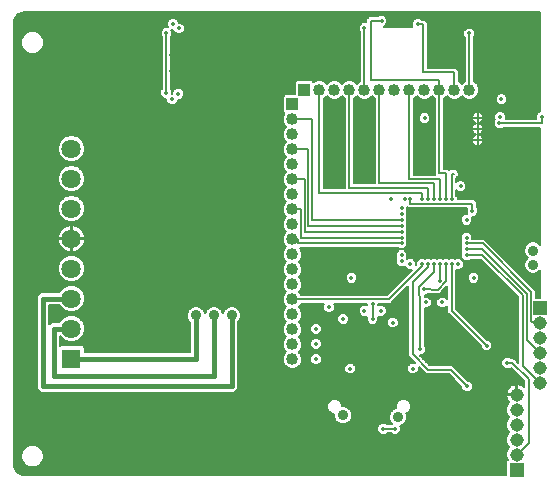
<source format=gbl>
G75*
%MOIN*%
%OFA0B0*%
%FSLAX25Y25*%
%IPPOS*%
%LPD*%
%AMOC8*
5,1,8,0,0,1.08239X$1,22.5*
%
%ADD10R,0.04500X0.04500*%
%ADD11C,0.04500*%
%ADD12R,0.03976X0.03976*%
%ADD13C,0.03976*%
%ADD14C,0.01387*%
%ADD15R,0.06450X0.06450*%
%ADD16C,0.06450*%
%ADD17C,0.01400*%
%ADD18C,0.00500*%
%ADD19C,0.03543*%
%ADD20C,0.01600*%
D10*
X0169291Y0003346D03*
X0177165Y0057087D03*
D11*
X0169291Y0008346D03*
X0169291Y0013346D03*
X0169291Y0018346D03*
X0169291Y0023346D03*
X0169291Y0028346D03*
X0177165Y0052087D03*
X0177165Y0047087D03*
X0177165Y0042087D03*
X0177165Y0037087D03*
X0177165Y0032087D03*
D12*
X0094488Y0125177D03*
X0098484Y0129921D03*
D13*
X0094488Y0120177D03*
X0094488Y0115177D03*
X0094488Y0110177D03*
X0094488Y0105177D03*
X0094488Y0100177D03*
X0094488Y0095177D03*
X0094488Y0090177D03*
X0094488Y0085177D03*
X0094488Y0080177D03*
X0094488Y0075177D03*
X0094488Y0070177D03*
X0094488Y0065177D03*
X0094488Y0060177D03*
X0094488Y0055177D03*
X0094488Y0050177D03*
X0094488Y0045177D03*
X0094488Y0040177D03*
X0103484Y0129921D03*
X0108484Y0129921D03*
X0113484Y0129921D03*
X0118484Y0129921D03*
X0123484Y0129921D03*
X0128484Y0129921D03*
X0133484Y0129921D03*
X0138484Y0129921D03*
X0143484Y0129921D03*
X0148484Y0129921D03*
X0153484Y0129921D03*
D14*
X0156299Y0120669D03*
X0156299Y0116929D03*
X0156299Y0113189D03*
D15*
X0020866Y0040354D03*
D16*
X0020866Y0050354D03*
X0020866Y0060354D03*
X0020866Y0070354D03*
X0020866Y0080354D03*
X0020866Y0090354D03*
X0020866Y0100354D03*
X0020866Y0110354D03*
D17*
X0130906Y0074803D03*
X0150591Y0097835D03*
X0127362Y0093504D03*
X0154921Y0067323D03*
X0134646Y0037008D03*
X0127953Y0052362D03*
X0106693Y0057480D03*
X0111417Y0053543D03*
X0136811Y0104921D03*
X0141732Y0082677D03*
X0141732Y0086614D03*
X0133858Y0086614D03*
X0137795Y0086614D03*
X0145669Y0086614D03*
X0149606Y0086614D03*
X0133858Y0082677D03*
X0137795Y0082677D03*
X0145669Y0082677D03*
X0149606Y0082677D03*
X0149606Y0078740D03*
X0145669Y0078740D03*
X0141732Y0078740D03*
X0137795Y0078740D03*
X0133858Y0078740D03*
X0133858Y0074803D03*
X0137795Y0074803D03*
X0141732Y0074803D03*
X0145669Y0074803D03*
X0149606Y0074803D03*
X0141732Y0047244D03*
X0145669Y0047244D03*
X0149606Y0043307D03*
X0145669Y0043307D03*
X0141732Y0043307D03*
X0141732Y0039370D03*
X0145669Y0039370D03*
X0149606Y0039370D03*
X0166339Y0053937D03*
X0152559Y0020079D03*
X0155315Y0020079D03*
X0155315Y0017520D03*
X0152559Y0017520D03*
X0108858Y0103543D03*
X0116339Y0101181D03*
X0104331Y0075591D03*
X0104331Y0069685D03*
X0155709Y0108268D03*
X0150984Y0108268D03*
X0171457Y0091732D03*
X0127559Y0042520D03*
X0109055Y0118110D03*
X0175000Y0126870D03*
X0135531Y0112697D03*
X0140276Y0141929D03*
X0044488Y0054843D03*
X0054134Y0141496D03*
X0054134Y0136220D03*
X0048740Y0135984D03*
X0048937Y0141417D03*
X0066850Y0061102D03*
X0070787Y0061102D03*
X0066850Y0065039D03*
X0070787Y0065039D03*
X0074724Y0068976D03*
X0074724Y0072913D03*
X0074724Y0076850D03*
X0070787Y0080787D03*
X0070787Y0076850D03*
X0070787Y0072913D03*
X0070787Y0068976D03*
X0066850Y0068976D03*
X0066850Y0072913D03*
X0066850Y0076850D03*
X0066850Y0080787D03*
X0062913Y0076850D03*
X0062913Y0072913D03*
X0062913Y0068976D03*
X0072835Y0099606D03*
X0142913Y0143307D03*
X0166929Y0074409D03*
X0053937Y0059843D03*
X0104331Y0064173D03*
X0115748Y0053937D03*
X0072835Y0103937D03*
X0073228Y0094094D03*
X0105906Y0042402D03*
X0108228Y0042402D03*
X0110630Y0042402D03*
X0165276Y0142559D03*
X0165276Y0140315D03*
X0165276Y0137953D03*
X0176378Y0114567D03*
X0161614Y0096850D03*
X0173780Y0104055D03*
X0152559Y0086614D03*
X0133858Y0093504D03*
X0154528Y0089567D03*
X0133858Y0071850D03*
X0130906Y0090551D03*
X0130906Y0088583D03*
X0131890Y0093504D03*
X0128740Y0016929D03*
X0124803Y0016969D03*
X0138583Y0120472D03*
X0056457Y0128661D03*
X0054488Y0126732D03*
X0056693Y0150394D03*
X0054724Y0151969D03*
X0139764Y0071850D03*
X0152756Y0031102D03*
X0141732Y0071850D03*
X0137205Y0043406D03*
X0166142Y0038976D03*
X0147638Y0071850D03*
X0159252Y0044685D03*
X0145669Y0071850D03*
X0138346Y0063465D03*
X0143701Y0071850D03*
X0143701Y0066240D03*
X0137795Y0093504D03*
X0130906Y0086614D03*
X0130906Y0084646D03*
X0130906Y0082677D03*
X0130906Y0080709D03*
X0130906Y0078740D03*
X0130906Y0072835D03*
X0137795Y0071850D03*
X0124016Y0056299D03*
X0118504Y0056299D03*
X0139764Y0093504D03*
X0145669Y0093504D03*
X0147638Y0093504D03*
X0152559Y0074803D03*
X0152559Y0078740D03*
X0152559Y0076772D03*
X0052520Y0148898D03*
X0052480Y0128937D03*
X0149606Y0071850D03*
X0102362Y0040157D03*
X0144488Y0059055D03*
X0102362Y0045276D03*
X0138976Y0059055D03*
X0102362Y0050197D03*
X0152559Y0080709D03*
X0163543Y0118858D03*
X0177559Y0120827D03*
X0164173Y0126772D03*
X0113780Y0037008D03*
X0114173Y0067323D03*
X0163780Y0120866D03*
X0118504Y0150472D03*
X0136299Y0151772D03*
X0141732Y0093504D03*
X0153465Y0148740D03*
X0143701Y0093504D03*
X0124252Y0152913D03*
X0121260Y0053543D03*
X0121260Y0058661D03*
D18*
X0156299Y0118873D02*
X0156299Y0120669D01*
X0156299Y0120669D01*
X0156299Y0116929D01*
X0156299Y0116929D01*
X0156299Y0118873D01*
X0156299Y0115133D02*
X0156299Y0116929D01*
X0156299Y0116929D01*
X0156299Y0113189D01*
X0156299Y0113189D01*
X0156299Y0115133D01*
X0104984Y0097169D02*
X0104984Y0127038D01*
X0105319Y0127176D01*
X0105984Y0127842D01*
X0106650Y0127176D01*
X0107840Y0126683D01*
X0109128Y0126683D01*
X0110319Y0127176D01*
X0110984Y0127842D01*
X0111650Y0127176D01*
X0111984Y0127038D01*
X0111984Y0097169D01*
X0104984Y0097169D01*
X0114984Y0098744D02*
X0114984Y0127038D01*
X0115319Y0127176D01*
X0115984Y0127842D01*
X0116650Y0127176D01*
X0117840Y0126683D01*
X0119128Y0126683D01*
X0120319Y0127176D01*
X0120984Y0127842D01*
X0121650Y0127176D01*
X0121984Y0127038D01*
X0121984Y0098744D01*
X0114984Y0098744D01*
X0135319Y0127176D02*
X0135984Y0127842D01*
X0136650Y0127176D01*
X0137840Y0126683D01*
X0139128Y0126683D01*
X0140319Y0127176D01*
X0140984Y0127842D01*
X0141650Y0127176D01*
X0142004Y0127029D01*
X0142004Y0101697D01*
X0134984Y0101697D01*
X0134984Y0127038D01*
X0135319Y0127176D01*
X0140533Y0119665D02*
X0140533Y0121280D01*
X0139390Y0122422D01*
X0137775Y0122422D01*
X0136633Y0121280D01*
X0136633Y0119665D01*
X0137775Y0118522D01*
X0139390Y0118522D01*
X0140533Y0119665D01*
X0161593Y0119666D02*
X0161593Y0118051D01*
X0162736Y0116908D01*
X0164351Y0116908D01*
X0164801Y0117358D01*
X0177165Y0117358D01*
X0177165Y0078289D01*
X0176515Y0078940D01*
X0175404Y0079400D01*
X0174202Y0079400D01*
X0173092Y0078940D01*
X0172242Y0078090D01*
X0171781Y0076979D01*
X0171781Y0075777D01*
X0172242Y0074666D01*
X0172892Y0074016D01*
X0172242Y0073365D01*
X0171781Y0072255D01*
X0171781Y0071052D01*
X0172242Y0069942D01*
X0173092Y0069092D01*
X0174202Y0068632D01*
X0175404Y0068632D01*
X0176515Y0069092D01*
X0177165Y0069742D01*
X0177165Y0060587D01*
X0175634Y0060587D01*
X0175634Y0063141D01*
X0174755Y0064020D01*
X0159413Y0079361D01*
X0158535Y0080240D01*
X0154509Y0080240D01*
X0154509Y0081516D01*
X0153367Y0082659D01*
X0151751Y0082659D01*
X0150609Y0081516D01*
X0150609Y0079901D01*
X0150786Y0079724D01*
X0150609Y0079548D01*
X0150609Y0077932D01*
X0150786Y0077756D01*
X0150609Y0077579D01*
X0150609Y0075964D01*
X0150786Y0075787D01*
X0150609Y0075611D01*
X0150609Y0073995D01*
X0151751Y0072853D01*
X0153367Y0072853D01*
X0153817Y0073303D01*
X0157253Y0073303D01*
X0169760Y0060796D01*
X0169760Y0039054D01*
X0169217Y0039598D01*
X0168338Y0040476D01*
X0167399Y0040476D01*
X0166949Y0040926D01*
X0165334Y0040926D01*
X0164192Y0039784D01*
X0164192Y0038169D01*
X0165334Y0037026D01*
X0166949Y0037026D01*
X0167247Y0037324D01*
X0171728Y0032843D01*
X0171728Y0030859D01*
X0171522Y0031065D01*
X0170949Y0031448D01*
X0170312Y0031712D01*
X0169636Y0031846D01*
X0169541Y0031846D01*
X0169541Y0028597D01*
X0169041Y0028597D01*
X0169041Y0031846D01*
X0168947Y0031846D01*
X0168270Y0031712D01*
X0167633Y0031448D01*
X0167060Y0031065D01*
X0166573Y0030578D01*
X0166190Y0030004D01*
X0165926Y0029367D01*
X0165791Y0028691D01*
X0165791Y0028596D01*
X0169041Y0028596D01*
X0169041Y0028096D01*
X0165791Y0028096D01*
X0165791Y0028002D01*
X0165926Y0027326D01*
X0166190Y0026689D01*
X0166573Y0026115D01*
X0166842Y0025846D01*
X0166324Y0025329D01*
X0165791Y0024043D01*
X0165791Y0022650D01*
X0166324Y0021364D01*
X0166842Y0020846D01*
X0166324Y0020329D01*
X0165791Y0019043D01*
X0165791Y0017650D01*
X0166324Y0016364D01*
X0166842Y0015846D01*
X0166324Y0015329D01*
X0165791Y0014043D01*
X0165791Y0012650D01*
X0166324Y0011364D01*
X0166842Y0010846D01*
X0166324Y0010329D01*
X0165791Y0009043D01*
X0165791Y0007650D01*
X0166241Y0006564D01*
X0165791Y0006114D01*
X0165791Y0001650D01*
X0004900Y0001650D01*
X0004285Y0001711D01*
X0003150Y0002181D01*
X0002281Y0003050D01*
X0001811Y0004185D01*
X0001750Y0004800D01*
X0001750Y0152480D01*
X0001812Y0153114D01*
X0002298Y0154286D01*
X0003194Y0155183D01*
X0004366Y0155668D01*
X0005000Y0155730D01*
X0177165Y0155730D01*
X0177165Y0122777D01*
X0176751Y0122777D01*
X0175609Y0121634D01*
X0175609Y0120358D01*
X0165730Y0120358D01*
X0165730Y0121674D01*
X0164587Y0122816D01*
X0162972Y0122816D01*
X0161830Y0121674D01*
X0161830Y0120058D01*
X0161908Y0119980D01*
X0161593Y0119666D01*
X0104312Y0044468D02*
X0104312Y0046083D01*
X0103170Y0047226D01*
X0101554Y0047226D01*
X0100412Y0046083D01*
X0100412Y0044468D01*
X0101554Y0043326D01*
X0103170Y0043326D01*
X0104312Y0044468D01*
X0113367Y0052736D02*
X0113367Y0054351D01*
X0112225Y0055493D01*
X0110610Y0055493D01*
X0109467Y0054351D01*
X0109467Y0052736D01*
X0110610Y0051593D01*
X0112225Y0051593D01*
X0113367Y0052736D01*
X0129903Y0051554D02*
X0129903Y0053170D01*
X0128760Y0054312D01*
X0127145Y0054312D01*
X0126003Y0053170D01*
X0126003Y0051554D01*
X0127145Y0050412D01*
X0128760Y0050412D01*
X0129903Y0051554D01*
X0156871Y0066515D02*
X0156871Y0068131D01*
X0155729Y0069273D01*
X0154114Y0069273D01*
X0152971Y0068131D01*
X0152971Y0066515D01*
X0154114Y0065373D01*
X0155729Y0065373D01*
X0156871Y0066515D01*
X0025341Y0109464D02*
X0025341Y0111244D01*
X0024660Y0112889D01*
X0023401Y0114148D01*
X0021756Y0114829D01*
X0019976Y0114829D01*
X0018331Y0114148D01*
X0017072Y0112889D01*
X0016391Y0111244D01*
X0016391Y0109464D01*
X0017072Y0107819D01*
X0018331Y0106561D01*
X0019976Y0105879D01*
X0021756Y0105879D01*
X0023401Y0106561D01*
X0024660Y0107819D01*
X0025341Y0109464D01*
X0025341Y0099464D02*
X0025341Y0101244D01*
X0024660Y0102889D01*
X0023401Y0104148D01*
X0021756Y0104829D01*
X0019976Y0104829D01*
X0018331Y0104148D01*
X0017072Y0102889D01*
X0016391Y0101244D01*
X0016391Y0099464D01*
X0017072Y0097819D01*
X0018331Y0096561D01*
X0019976Y0095879D01*
X0021756Y0095879D01*
X0023401Y0096561D01*
X0024660Y0097819D01*
X0025341Y0099464D01*
X0025341Y0089464D02*
X0025341Y0091244D01*
X0024660Y0092889D01*
X0023401Y0094148D01*
X0021756Y0094829D01*
X0019976Y0094829D01*
X0018331Y0094148D01*
X0017072Y0092889D01*
X0016391Y0091244D01*
X0016391Y0089464D01*
X0017072Y0087819D01*
X0018331Y0086561D01*
X0019976Y0085879D01*
X0021756Y0085879D01*
X0023401Y0086561D01*
X0024660Y0087819D01*
X0025341Y0089464D01*
X0156043Y0111245D02*
X0156299Y0111245D01*
X0156299Y0113189D01*
X0156299Y0113189D01*
X0156299Y0111245D01*
X0156555Y0111245D01*
X0157049Y0111378D01*
X0157493Y0111634D01*
X0157855Y0111996D01*
X0158110Y0112439D01*
X0158243Y0112933D01*
X0158243Y0113189D01*
X0156299Y0113189D01*
X0156299Y0113189D01*
X0158243Y0113189D01*
X0158243Y0113445D01*
X0158110Y0113939D01*
X0157855Y0114382D01*
X0157493Y0114744D01*
X0157049Y0115000D01*
X0156830Y0115059D01*
X0157049Y0115118D01*
X0157493Y0115374D01*
X0157855Y0115736D01*
X0158110Y0116179D01*
X0158243Y0116673D01*
X0158243Y0116929D01*
X0156299Y0116929D01*
X0156299Y0116929D01*
X0158243Y0116929D01*
X0158243Y0117185D01*
X0158110Y0117679D01*
X0157855Y0118123D01*
X0157493Y0118484D01*
X0157049Y0118740D01*
X0156830Y0118799D01*
X0157049Y0118858D01*
X0157493Y0119114D01*
X0157855Y0119476D01*
X0158110Y0119919D01*
X0158243Y0120413D01*
X0158243Y0120669D01*
X0156299Y0120669D01*
X0156299Y0120669D01*
X0158243Y0120669D01*
X0158243Y0120925D01*
X0158110Y0121420D01*
X0157855Y0121863D01*
X0157493Y0122225D01*
X0157049Y0122481D01*
X0156555Y0122613D01*
X0156299Y0122613D01*
X0156299Y0120669D01*
X0156299Y0120669D01*
X0156299Y0122613D01*
X0156043Y0122613D01*
X0155549Y0122481D01*
X0155106Y0122225D01*
X0154744Y0121863D01*
X0154488Y0121420D01*
X0154356Y0120925D01*
X0154356Y0120669D01*
X0156299Y0120669D01*
X0156299Y0120669D01*
X0154356Y0120669D01*
X0154356Y0120413D01*
X0154488Y0119919D01*
X0154744Y0119476D01*
X0155106Y0119114D01*
X0155549Y0118858D01*
X0155769Y0118799D01*
X0155549Y0118740D01*
X0155106Y0118484D01*
X0154744Y0118123D01*
X0154488Y0117679D01*
X0154356Y0117185D01*
X0154356Y0116929D01*
X0156299Y0116929D01*
X0156299Y0116929D01*
X0154356Y0116929D01*
X0154356Y0116673D01*
X0154488Y0116179D01*
X0154744Y0115736D01*
X0155106Y0115374D01*
X0155549Y0115118D01*
X0155769Y0115059D01*
X0155549Y0115000D01*
X0155106Y0114744D01*
X0154744Y0114382D01*
X0154488Y0113939D01*
X0154356Y0113445D01*
X0154356Y0113189D01*
X0156299Y0113189D01*
X0156299Y0113189D01*
X0154356Y0113189D01*
X0154356Y0112933D01*
X0154488Y0112439D01*
X0154744Y0111996D01*
X0155106Y0111634D01*
X0155549Y0111378D01*
X0156043Y0111245D01*
X0011624Y0144923D02*
X0011624Y0146415D01*
X0011053Y0147793D01*
X0009998Y0148848D01*
X0008620Y0149419D01*
X0007128Y0149419D01*
X0005750Y0148848D01*
X0004695Y0147793D01*
X0004124Y0146415D01*
X0004124Y0144923D01*
X0004695Y0143545D01*
X0005750Y0142490D01*
X0007128Y0141919D01*
X0008620Y0141919D01*
X0009998Y0142490D01*
X0011053Y0143545D01*
X0011624Y0144923D01*
X0011624Y0007128D02*
X0011624Y0008620D01*
X0011053Y0009998D01*
X0009998Y0011053D01*
X0008620Y0011624D01*
X0007128Y0011624D01*
X0005750Y0011053D01*
X0004695Y0009998D01*
X0004124Y0008620D01*
X0004124Y0007128D01*
X0004695Y0005750D01*
X0005750Y0004695D01*
X0007128Y0004124D01*
X0008620Y0004124D01*
X0009998Y0004695D01*
X0011053Y0005750D01*
X0011624Y0007128D01*
X0111211Y0024897D02*
X0110823Y0025834D01*
X0110105Y0026551D01*
X0109168Y0026939D01*
X0108154Y0026939D01*
X0107217Y0026551D01*
X0106500Y0025834D01*
X0106112Y0024897D01*
X0106112Y0023883D01*
X0106500Y0022946D01*
X0107217Y0022229D01*
X0108154Y0021841D01*
X0108396Y0021841D01*
X0108396Y0020816D01*
X0108856Y0019706D01*
X0109706Y0018856D01*
X0110816Y0018396D01*
X0112018Y0018396D01*
X0113129Y0018856D01*
X0113979Y0019706D01*
X0114439Y0020816D01*
X0114439Y0022018D01*
X0113979Y0023129D01*
X0113129Y0023979D01*
X0112018Y0024439D01*
X0111211Y0024439D01*
X0111211Y0024897D01*
X0134045Y0023883D02*
X0134045Y0024897D01*
X0133657Y0025834D01*
X0132940Y0026551D01*
X0132003Y0026939D01*
X0130989Y0026939D01*
X0130052Y0026551D01*
X0129335Y0025834D01*
X0128947Y0024897D01*
X0128947Y0023883D01*
X0128977Y0023811D01*
X0128052Y0023428D01*
X0127202Y0022578D01*
X0126742Y0021467D01*
X0126742Y0020265D01*
X0127202Y0019155D01*
X0127705Y0018652D01*
X0127495Y0018442D01*
X0126073Y0018456D01*
X0125611Y0018918D01*
X0123995Y0018918D01*
X0122853Y0017776D01*
X0122853Y0016161D01*
X0123995Y0015019D01*
X0125611Y0015019D01*
X0126048Y0015456D01*
X0127470Y0015442D01*
X0127932Y0014979D01*
X0129548Y0014979D01*
X0130690Y0016121D01*
X0130690Y0017737D01*
X0130519Y0017908D01*
X0131475Y0018305D01*
X0132325Y0019155D01*
X0132785Y0020265D01*
X0132785Y0021467D01*
X0132539Y0022062D01*
X0132940Y0022229D01*
X0133657Y0022946D01*
X0134045Y0023883D01*
X0025341Y0059464D02*
X0025341Y0061244D01*
X0024660Y0062889D01*
X0023401Y0064148D01*
X0021756Y0064829D01*
X0019976Y0064829D01*
X0018331Y0064148D01*
X0017072Y0062889D01*
X0016872Y0062404D01*
X0010568Y0062404D01*
X0009367Y0061203D01*
X0009367Y0030253D01*
X0010568Y0029052D01*
X0075140Y0029052D01*
X0076341Y0030253D01*
X0076341Y0052501D01*
X0076853Y0053013D01*
X0077313Y0054123D01*
X0077313Y0055325D01*
X0076853Y0056436D01*
X0076003Y0057286D01*
X0074892Y0057746D01*
X0073690Y0057746D01*
X0072580Y0057286D01*
X0071730Y0056436D01*
X0071339Y0055492D01*
X0070947Y0056436D01*
X0070097Y0057286D01*
X0068987Y0057746D01*
X0067785Y0057746D01*
X0066674Y0057286D01*
X0065824Y0056436D01*
X0065413Y0055444D01*
X0065003Y0056436D01*
X0064153Y0057286D01*
X0063042Y0057746D01*
X0061840Y0057746D01*
X0060729Y0057286D01*
X0059879Y0056436D01*
X0059419Y0055325D01*
X0059419Y0054123D01*
X0059879Y0053013D01*
X0060391Y0052501D01*
X0060391Y0042404D01*
X0025341Y0042404D01*
X0025341Y0044097D01*
X0024609Y0044829D01*
X0017123Y0044829D01*
X0017011Y0044717D01*
X0017011Y0047969D01*
X0017072Y0047819D01*
X0018331Y0046561D01*
X0019976Y0045879D01*
X0021756Y0045879D01*
X0023401Y0046561D01*
X0024660Y0047819D01*
X0025341Y0049464D01*
X0025341Y0051244D01*
X0024660Y0052889D01*
X0023401Y0054148D01*
X0021756Y0054829D01*
X0019976Y0054829D01*
X0018331Y0054148D01*
X0017072Y0052889D01*
X0016872Y0052404D01*
X0014111Y0052404D01*
X0013467Y0051760D01*
X0013467Y0058304D01*
X0016872Y0058304D01*
X0017072Y0057819D01*
X0018331Y0056561D01*
X0019976Y0055879D01*
X0021756Y0055879D01*
X0023401Y0056561D01*
X0024660Y0057819D01*
X0025341Y0059464D01*
X0025341Y0069464D02*
X0025341Y0071244D01*
X0024660Y0072889D01*
X0023401Y0074148D01*
X0021756Y0074829D01*
X0019976Y0074829D01*
X0018331Y0074148D01*
X0017072Y0072889D01*
X0016391Y0071244D01*
X0016391Y0069464D01*
X0017072Y0067819D01*
X0018331Y0066561D01*
X0019976Y0065879D01*
X0021756Y0065879D01*
X0023401Y0066561D01*
X0024660Y0067819D01*
X0025341Y0069464D01*
X0020514Y0075879D02*
X0020616Y0075879D01*
X0020616Y0080104D01*
X0021116Y0080104D01*
X0021116Y0075879D01*
X0021218Y0075879D01*
X0021914Y0075990D01*
X0022584Y0076207D01*
X0023212Y0076527D01*
X0023781Y0076941D01*
X0024279Y0077439D01*
X0024693Y0078009D01*
X0025013Y0078637D01*
X0025231Y0079306D01*
X0025341Y0080002D01*
X0025341Y0080104D01*
X0021116Y0080104D01*
X0021116Y0080604D01*
X0025341Y0080604D01*
X0025341Y0080707D01*
X0025231Y0081402D01*
X0025013Y0082072D01*
X0024693Y0082700D01*
X0024279Y0083270D01*
X0023781Y0083768D01*
X0023212Y0084182D01*
X0022584Y0084501D01*
X0021914Y0084719D01*
X0021218Y0084829D01*
X0021116Y0084829D01*
X0021116Y0080604D01*
X0020616Y0080604D01*
X0020616Y0084829D01*
X0020514Y0084829D01*
X0019818Y0084719D01*
X0019148Y0084501D01*
X0018521Y0084182D01*
X0017951Y0083768D01*
X0017453Y0083270D01*
X0017039Y0082700D01*
X0016719Y0082072D01*
X0016501Y0081402D01*
X0016391Y0080707D01*
X0016391Y0080604D01*
X0020616Y0080604D01*
X0020616Y0080104D01*
X0016391Y0080104D01*
X0016391Y0080002D01*
X0016501Y0079306D01*
X0016719Y0078637D01*
X0017039Y0078009D01*
X0017453Y0077439D01*
X0017951Y0076941D01*
X0018521Y0076527D01*
X0019148Y0076207D01*
X0019818Y0075990D01*
X0020514Y0075879D01*
X0058407Y0127854D02*
X0058407Y0129469D01*
X0057264Y0130611D01*
X0055649Y0130611D01*
X0054507Y0129469D01*
X0054507Y0128682D01*
X0054430Y0128682D01*
X0054430Y0129745D01*
X0053983Y0130192D01*
X0054017Y0147637D01*
X0054470Y0148090D01*
X0054470Y0149705D01*
X0054157Y0150019D01*
X0054743Y0150019D01*
X0054743Y0149586D01*
X0055885Y0148444D01*
X0057501Y0148444D01*
X0058643Y0149586D01*
X0058643Y0151201D01*
X0057501Y0152344D01*
X0056674Y0152344D01*
X0056674Y0152776D01*
X0055532Y0153918D01*
X0053917Y0153918D01*
X0052774Y0152776D01*
X0052774Y0151161D01*
X0053088Y0150848D01*
X0051712Y0150848D01*
X0050570Y0149705D01*
X0050570Y0148090D01*
X0051017Y0147642D01*
X0050983Y0130197D01*
X0050530Y0129745D01*
X0050530Y0128129D01*
X0051673Y0126987D01*
X0052538Y0126987D01*
X0052538Y0125925D01*
X0053680Y0124782D01*
X0055296Y0124782D01*
X0056438Y0125925D01*
X0056438Y0126711D01*
X0057264Y0126711D01*
X0058407Y0127854D01*
X0125966Y0055491D02*
X0125966Y0057107D01*
X0124823Y0058249D01*
X0123210Y0058249D01*
X0123210Y0058677D01*
X0127334Y0058677D01*
X0128213Y0059556D01*
X0133146Y0064489D01*
X0133146Y0041111D01*
X0134024Y0040232D01*
X0134024Y0040232D01*
X0135299Y0038958D01*
X0133838Y0038958D01*
X0132696Y0037816D01*
X0132696Y0036200D01*
X0133838Y0035058D01*
X0135453Y0035058D01*
X0136596Y0036200D01*
X0136596Y0037661D01*
X0138264Y0035993D01*
X0138264Y0035993D01*
X0139142Y0035114D01*
X0146623Y0035114D01*
X0150806Y0030931D01*
X0150806Y0030295D01*
X0151948Y0029152D01*
X0153564Y0029152D01*
X0154706Y0030295D01*
X0154706Y0031910D01*
X0153564Y0033052D01*
X0152927Y0033052D01*
X0147865Y0038114D01*
X0140385Y0038114D01*
X0137044Y0041456D01*
X0138012Y0041456D01*
X0139155Y0042598D01*
X0139155Y0044213D01*
X0138705Y0044663D01*
X0138705Y0057105D01*
X0139784Y0057105D01*
X0140926Y0058247D01*
X0140926Y0059863D01*
X0139784Y0061005D01*
X0138705Y0061005D01*
X0138705Y0061448D01*
X0138638Y0061515D01*
X0139154Y0061515D01*
X0139583Y0061943D01*
X0142281Y0061897D01*
X0142292Y0061886D01*
X0142901Y0061886D01*
X0143509Y0061875D01*
X0143520Y0061886D01*
X0143535Y0061886D01*
X0143965Y0062316D01*
X0144402Y0062739D01*
X0144403Y0062754D01*
X0146138Y0064489D01*
X0146138Y0060163D01*
X0145296Y0061005D01*
X0143680Y0061005D01*
X0142538Y0059863D01*
X0142538Y0058247D01*
X0143680Y0057105D01*
X0145296Y0057105D01*
X0146138Y0057947D01*
X0146138Y0055678D01*
X0147016Y0054799D01*
X0157302Y0044514D01*
X0157302Y0043877D01*
X0158444Y0042735D01*
X0160060Y0042735D01*
X0161202Y0043877D01*
X0161202Y0045493D01*
X0160060Y0046635D01*
X0159423Y0046635D01*
X0149138Y0056921D01*
X0149138Y0069900D01*
X0150414Y0069900D01*
X0151556Y0071043D01*
X0151556Y0072658D01*
X0150414Y0073800D01*
X0148799Y0073800D01*
X0148622Y0073624D01*
X0148446Y0073800D01*
X0146830Y0073800D01*
X0146654Y0073624D01*
X0146477Y0073800D01*
X0144862Y0073800D01*
X0144685Y0073624D01*
X0144509Y0073800D01*
X0142893Y0073800D01*
X0142717Y0073624D01*
X0142540Y0073800D01*
X0140925Y0073800D01*
X0140748Y0073624D01*
X0140571Y0073800D01*
X0138956Y0073800D01*
X0138780Y0073624D01*
X0138603Y0073800D01*
X0136988Y0073800D01*
X0135845Y0072658D01*
X0135845Y0071431D01*
X0135808Y0071394D01*
X0135808Y0072658D01*
X0134666Y0073800D01*
X0133051Y0073800D01*
X0132855Y0073605D01*
X0132855Y0073642D01*
X0132679Y0073819D01*
X0132855Y0073995D01*
X0132855Y0075611D01*
X0131713Y0076753D01*
X0130098Y0076753D01*
X0128956Y0075611D01*
X0128956Y0073995D01*
X0129132Y0073819D01*
X0128956Y0073642D01*
X0128956Y0072027D01*
X0130098Y0070885D01*
X0131713Y0070885D01*
X0131908Y0071080D01*
X0131908Y0071043D01*
X0133051Y0069900D01*
X0134315Y0069900D01*
X0126091Y0061677D01*
X0097372Y0061677D01*
X0097233Y0062011D01*
X0096568Y0062677D01*
X0097233Y0063343D01*
X0097726Y0064533D01*
X0097726Y0065821D01*
X0097233Y0067011D01*
X0096568Y0067677D01*
X0097233Y0068343D01*
X0097726Y0069533D01*
X0097726Y0070821D01*
X0097233Y0072011D01*
X0096568Y0072677D01*
X0097233Y0073343D01*
X0097726Y0074533D01*
X0097726Y0075821D01*
X0097233Y0077011D01*
X0097005Y0077240D01*
X0129648Y0077240D01*
X0130098Y0076790D01*
X0131713Y0076790D01*
X0132855Y0077932D01*
X0132855Y0079548D01*
X0132679Y0079724D01*
X0132855Y0079901D01*
X0132855Y0081516D01*
X0132679Y0081693D01*
X0132855Y0081869D01*
X0132855Y0083485D01*
X0132679Y0083661D01*
X0132855Y0083838D01*
X0132855Y0085453D01*
X0132679Y0085630D01*
X0132855Y0085806D01*
X0132855Y0087422D01*
X0132679Y0087598D01*
X0132855Y0087775D01*
X0132855Y0089390D01*
X0132679Y0089567D01*
X0132855Y0089743D01*
X0132855Y0090811D01*
X0133237Y0090429D01*
X0152632Y0090429D01*
X0152578Y0090375D01*
X0152578Y0088759D01*
X0152773Y0088564D01*
X0151751Y0088564D01*
X0150609Y0087422D01*
X0150609Y0085806D01*
X0151751Y0084664D01*
X0153367Y0084664D01*
X0154509Y0085806D01*
X0154509Y0087422D01*
X0154314Y0087617D01*
X0155335Y0087617D01*
X0156478Y0088759D01*
X0156478Y0090375D01*
X0156028Y0090825D01*
X0156028Y0092550D01*
X0155149Y0093429D01*
X0149588Y0093429D01*
X0149588Y0094312D01*
X0149138Y0094762D01*
X0149138Y0096530D01*
X0149783Y0095885D01*
X0151398Y0095885D01*
X0152541Y0097027D01*
X0152541Y0098642D01*
X0151398Y0099785D01*
X0149783Y0099785D01*
X0149138Y0099140D01*
X0149138Y0100501D01*
X0149984Y0101347D01*
X0149984Y0102590D01*
X0149106Y0103468D01*
X0147016Y0103468D01*
X0146752Y0103204D01*
X0146291Y0103665D01*
X0145004Y0103665D01*
X0145004Y0127046D01*
X0145319Y0127176D01*
X0145984Y0127842D01*
X0146650Y0127176D01*
X0147840Y0126683D01*
X0149128Y0126683D01*
X0150319Y0127176D01*
X0150984Y0127842D01*
X0151650Y0127176D01*
X0152840Y0126683D01*
X0154128Y0126683D01*
X0155319Y0127176D01*
X0156229Y0128087D01*
X0156722Y0129277D01*
X0156722Y0130565D01*
X0156229Y0131756D01*
X0155319Y0132666D01*
X0154984Y0132805D01*
X0154984Y0147502D01*
X0155415Y0147932D01*
X0155415Y0149548D01*
X0154272Y0150690D01*
X0152657Y0150690D01*
X0151515Y0149548D01*
X0151515Y0147932D01*
X0151984Y0147463D01*
X0151984Y0132805D01*
X0151650Y0132666D01*
X0150984Y0132001D01*
X0150319Y0132666D01*
X0149984Y0132805D01*
X0149984Y0136369D01*
X0149106Y0137248D01*
X0139571Y0137248D01*
X0139571Y0152393D01*
X0138692Y0153272D01*
X0137557Y0153272D01*
X0137107Y0153722D01*
X0135491Y0153722D01*
X0134349Y0152579D01*
X0134349Y0151037D01*
X0125134Y0151037D01*
X0126202Y0152106D01*
X0126202Y0153721D01*
X0125060Y0154863D01*
X0123444Y0154863D01*
X0122994Y0154413D01*
X0119930Y0154413D01*
X0119051Y0153535D01*
X0119051Y0152422D01*
X0117696Y0152422D01*
X0116554Y0151280D01*
X0116554Y0149665D01*
X0117004Y0149215D01*
X0117004Y0132813D01*
X0116650Y0132666D01*
X0115984Y0132001D01*
X0115319Y0132666D01*
X0114128Y0133159D01*
X0112840Y0133159D01*
X0111650Y0132666D01*
X0110984Y0132001D01*
X0110319Y0132666D01*
X0109128Y0133159D01*
X0107840Y0133159D01*
X0106650Y0132666D01*
X0105984Y0132001D01*
X0105319Y0132666D01*
X0104128Y0133159D01*
X0102840Y0133159D01*
X0101650Y0132666D01*
X0101567Y0132583D01*
X0100990Y0133159D01*
X0095978Y0133159D01*
X0095246Y0132427D01*
X0095246Y0128415D01*
X0091982Y0128415D01*
X0091250Y0127683D01*
X0091250Y0122671D01*
X0091826Y0122095D01*
X0091743Y0122011D01*
X0091250Y0120821D01*
X0091250Y0119533D01*
X0091743Y0118343D01*
X0092409Y0117677D01*
X0091743Y0117011D01*
X0091250Y0115821D01*
X0091250Y0114533D01*
X0091743Y0113343D01*
X0092409Y0112677D01*
X0091743Y0112011D01*
X0091250Y0110821D01*
X0091250Y0109533D01*
X0091743Y0108343D01*
X0092409Y0107677D01*
X0091743Y0107011D01*
X0091250Y0105821D01*
X0091250Y0104533D01*
X0091743Y0103343D01*
X0092409Y0102677D01*
X0091743Y0102011D01*
X0091250Y0100821D01*
X0091250Y0099533D01*
X0091743Y0098343D01*
X0092409Y0097677D01*
X0091743Y0097011D01*
X0091250Y0095821D01*
X0091250Y0094533D01*
X0091743Y0093343D01*
X0092409Y0092677D01*
X0091743Y0092011D01*
X0091250Y0090821D01*
X0091250Y0089533D01*
X0091743Y0088343D01*
X0092409Y0087677D01*
X0091743Y0087011D01*
X0091250Y0085821D01*
X0091250Y0084533D01*
X0091743Y0083343D01*
X0092409Y0082677D01*
X0091743Y0082011D01*
X0091250Y0080821D01*
X0091250Y0079533D01*
X0091743Y0078343D01*
X0092409Y0077677D01*
X0091743Y0077011D01*
X0091250Y0075821D01*
X0091250Y0074533D01*
X0091743Y0073343D01*
X0092409Y0072677D01*
X0091743Y0072011D01*
X0091250Y0070821D01*
X0091250Y0069533D01*
X0091743Y0068343D01*
X0092409Y0067677D01*
X0091743Y0067011D01*
X0091250Y0065821D01*
X0091250Y0064533D01*
X0091743Y0063343D01*
X0092409Y0062677D01*
X0091743Y0062011D01*
X0091250Y0060821D01*
X0091250Y0059533D01*
X0091743Y0058343D01*
X0092409Y0057677D01*
X0091743Y0057011D01*
X0091250Y0055821D01*
X0091250Y0054533D01*
X0091743Y0053343D01*
X0092409Y0052677D01*
X0091743Y0052011D01*
X0091250Y0050821D01*
X0091250Y0049533D01*
X0091743Y0048343D01*
X0092409Y0047677D01*
X0091743Y0047011D01*
X0091250Y0045821D01*
X0091250Y0044533D01*
X0091743Y0043343D01*
X0092409Y0042677D01*
X0091743Y0042011D01*
X0091250Y0040821D01*
X0091250Y0039533D01*
X0091743Y0038343D01*
X0092654Y0037432D01*
X0093844Y0036939D01*
X0095132Y0036939D01*
X0096322Y0037432D01*
X0097233Y0038343D01*
X0097726Y0039533D01*
X0097726Y0040821D01*
X0097233Y0042011D01*
X0096568Y0042677D01*
X0097233Y0043343D01*
X0097726Y0044533D01*
X0097726Y0045821D01*
X0097233Y0047011D01*
X0096568Y0047677D01*
X0097233Y0048343D01*
X0097726Y0049533D01*
X0097726Y0050821D01*
X0097233Y0052011D01*
X0096568Y0052677D01*
X0097233Y0053343D01*
X0097726Y0054533D01*
X0097726Y0055821D01*
X0097233Y0057011D01*
X0096568Y0057677D01*
X0097233Y0058343D01*
X0097372Y0058677D01*
X0105132Y0058677D01*
X0104743Y0058288D01*
X0104743Y0056673D01*
X0105885Y0055530D01*
X0107501Y0055530D01*
X0108643Y0056673D01*
X0108643Y0058288D01*
X0108254Y0058677D01*
X0119310Y0058677D01*
X0119310Y0058249D01*
X0117696Y0058249D01*
X0116554Y0057107D01*
X0116554Y0055491D01*
X0117696Y0054349D01*
X0119310Y0054349D01*
X0119310Y0052736D01*
X0120452Y0051593D01*
X0122068Y0051593D01*
X0123210Y0052736D01*
X0123210Y0054349D01*
X0124823Y0054349D01*
X0125966Y0055491D01*
X0104312Y0039350D02*
X0104312Y0040965D01*
X0103170Y0042107D01*
X0101554Y0042107D01*
X0100412Y0040965D01*
X0100412Y0039350D01*
X0101554Y0038207D01*
X0103170Y0038207D01*
X0104312Y0039350D01*
X0104312Y0049389D02*
X0104312Y0051005D01*
X0103170Y0052147D01*
X0101554Y0052147D01*
X0100412Y0051005D01*
X0100412Y0049389D01*
X0101554Y0048247D01*
X0103170Y0048247D01*
X0104312Y0049389D01*
X0166123Y0125964D02*
X0166123Y0127579D01*
X0164981Y0128722D01*
X0163366Y0128722D01*
X0162223Y0127579D01*
X0162223Y0125964D01*
X0163366Y0124822D01*
X0164981Y0124822D01*
X0166123Y0125964D01*
X0115730Y0036200D02*
X0115730Y0037816D01*
X0114587Y0038958D01*
X0112972Y0038958D01*
X0111830Y0037816D01*
X0111830Y0036200D01*
X0112972Y0035058D01*
X0114587Y0035058D01*
X0115730Y0036200D01*
X0116123Y0066515D02*
X0116123Y0068131D01*
X0114981Y0069273D01*
X0113366Y0069273D01*
X0112223Y0068131D01*
X0112223Y0066515D01*
X0113366Y0065373D01*
X0114981Y0065373D01*
X0116123Y0066515D01*
X0165791Y0001994D02*
X0003601Y0001994D01*
X0002838Y0002493D02*
X0165791Y0002493D01*
X0165791Y0002991D02*
X0002340Y0002991D01*
X0002099Y0003490D02*
X0165791Y0003490D01*
X0165791Y0003988D02*
X0001892Y0003988D01*
X0001781Y0004487D02*
X0006253Y0004487D01*
X0009495Y0004487D02*
X0165791Y0004487D01*
X0005460Y0004985D02*
X0001750Y0004985D01*
X0010288Y0004985D02*
X0165791Y0004985D01*
X0004961Y0005484D02*
X0001750Y0005484D01*
X0010787Y0005484D02*
X0165791Y0005484D01*
X0004599Y0005982D02*
X0001750Y0005982D01*
X0011149Y0005982D02*
X0165791Y0005982D01*
X0004392Y0006481D02*
X0001750Y0006481D01*
X0011356Y0006481D02*
X0166158Y0006481D01*
X0004186Y0006979D02*
X0001750Y0006979D01*
X0011562Y0006979D02*
X0166069Y0006979D01*
X0004124Y0007478D02*
X0001750Y0007478D01*
X0011624Y0007478D02*
X0165863Y0007478D01*
X0004124Y0007976D02*
X0001750Y0007976D01*
X0011624Y0007976D02*
X0165791Y0007976D01*
X0004124Y0008475D02*
X0001750Y0008475D01*
X0011624Y0008475D02*
X0165791Y0008475D01*
X0004270Y0008973D02*
X0001750Y0008973D01*
X0011478Y0008973D02*
X0165791Y0008973D01*
X0004477Y0009472D02*
X0001750Y0009472D01*
X0011271Y0009472D02*
X0165969Y0009472D01*
X0004683Y0009970D02*
X0001750Y0009970D01*
X0011065Y0009970D02*
X0166176Y0009970D01*
X0005165Y0010469D02*
X0001750Y0010469D01*
X0010583Y0010469D02*
X0166464Y0010469D01*
X0005664Y0010967D02*
X0001750Y0010967D01*
X0010084Y0010967D02*
X0166721Y0010967D01*
X0006746Y0011466D02*
X0001750Y0011466D01*
X0009002Y0011466D02*
X0166282Y0011466D01*
X0166075Y0011964D02*
X0001750Y0011964D01*
X0001750Y0012463D02*
X0165869Y0012463D01*
X0165791Y0012961D02*
X0001750Y0012961D01*
X0001750Y0013460D02*
X0165791Y0013460D01*
X0165791Y0013958D02*
X0001750Y0013958D01*
X0001750Y0014457D02*
X0165963Y0014457D01*
X0166169Y0014955D02*
X0001750Y0014955D01*
X0001750Y0015454D02*
X0123560Y0015454D01*
X0126046Y0015454D02*
X0126261Y0015454D01*
X0130023Y0015454D02*
X0166449Y0015454D01*
X0123062Y0015952D02*
X0001750Y0015952D01*
X0130521Y0015952D02*
X0166736Y0015952D01*
X0122853Y0016451D02*
X0001750Y0016451D01*
X0130690Y0016451D02*
X0166288Y0016451D01*
X0122853Y0016949D02*
X0001750Y0016949D01*
X0130690Y0016949D02*
X0166082Y0016949D01*
X0122853Y0017448D02*
X0001750Y0017448D01*
X0130690Y0017448D02*
X0165875Y0017448D01*
X0123023Y0017946D02*
X0001750Y0017946D01*
X0130611Y0017946D02*
X0165791Y0017946D01*
X0110697Y0018445D02*
X0001750Y0018445D01*
X0112137Y0018445D02*
X0123522Y0018445D01*
X0127168Y0018445D02*
X0127498Y0018445D01*
X0131616Y0018445D02*
X0165791Y0018445D01*
X0109618Y0018943D02*
X0001750Y0018943D01*
X0113217Y0018943D02*
X0127413Y0018943D01*
X0132114Y0018943D02*
X0165791Y0018943D01*
X0109119Y0019442D02*
X0001750Y0019442D01*
X0113715Y0019442D02*
X0127083Y0019442D01*
X0132444Y0019442D02*
X0165957Y0019442D01*
X0108758Y0019940D02*
X0001750Y0019940D01*
X0114076Y0019940D02*
X0126877Y0019940D01*
X0132651Y0019940D02*
X0166163Y0019940D01*
X0108552Y0020439D02*
X0001750Y0020439D01*
X0114283Y0020439D02*
X0126742Y0020439D01*
X0132785Y0020439D02*
X0166434Y0020439D01*
X0108396Y0020937D02*
X0001750Y0020937D01*
X0114439Y0020937D02*
X0126742Y0020937D01*
X0132785Y0020937D02*
X0166751Y0020937D01*
X0108396Y0021436D02*
X0001750Y0021436D01*
X0114439Y0021436D02*
X0126742Y0021436D01*
X0132785Y0021436D02*
X0166294Y0021436D01*
X0107928Y0021934D02*
X0001750Y0021934D01*
X0114439Y0021934D02*
X0126936Y0021934D01*
X0132592Y0021934D02*
X0166088Y0021934D01*
X0107013Y0022433D02*
X0001750Y0022433D01*
X0114267Y0022433D02*
X0127142Y0022433D01*
X0133144Y0022433D02*
X0165881Y0022433D01*
X0106515Y0022932D02*
X0001750Y0022932D01*
X0114061Y0022932D02*
X0127556Y0022932D01*
X0133643Y0022932D02*
X0165791Y0022932D01*
X0106300Y0023430D02*
X0001750Y0023430D01*
X0113678Y0023430D02*
X0128058Y0023430D01*
X0133858Y0023430D02*
X0165791Y0023430D01*
X0106112Y0023929D02*
X0001750Y0023929D01*
X0113179Y0023929D02*
X0128947Y0023929D01*
X0134045Y0023929D02*
X0165791Y0023929D01*
X0106112Y0024427D02*
X0001750Y0024427D01*
X0112047Y0024427D02*
X0128947Y0024427D01*
X0134045Y0024427D02*
X0165951Y0024427D01*
X0106124Y0024926D02*
X0001750Y0024926D01*
X0111199Y0024926D02*
X0128959Y0024926D01*
X0134033Y0024926D02*
X0166157Y0024926D01*
X0106331Y0025424D02*
X0001750Y0025424D01*
X0110992Y0025424D02*
X0129165Y0025424D01*
X0133827Y0025424D02*
X0166419Y0025424D01*
X0106589Y0025923D02*
X0001750Y0025923D01*
X0110734Y0025923D02*
X0129424Y0025923D01*
X0133568Y0025923D02*
X0166765Y0025923D01*
X0107088Y0026421D02*
X0001750Y0026421D01*
X0110235Y0026421D02*
X0129922Y0026421D01*
X0133070Y0026421D02*
X0166368Y0026421D01*
X0108108Y0026920D02*
X0001750Y0026920D01*
X0109215Y0026920D02*
X0130942Y0026920D01*
X0132050Y0026920D02*
X0166094Y0026920D01*
X0165907Y0027418D02*
X0001750Y0027418D01*
X0001750Y0027917D02*
X0165808Y0027917D01*
X0169041Y0028415D02*
X0001750Y0028415D01*
X0001750Y0028914D02*
X0165836Y0028914D01*
X0169041Y0028914D02*
X0169541Y0028914D01*
X0010208Y0029412D02*
X0001750Y0029412D01*
X0075500Y0029412D02*
X0151688Y0029412D01*
X0153823Y0029412D02*
X0165944Y0029412D01*
X0169041Y0029412D02*
X0169541Y0029412D01*
X0009710Y0029911D02*
X0001750Y0029911D01*
X0075999Y0029911D02*
X0151190Y0029911D01*
X0154322Y0029911D02*
X0166151Y0029911D01*
X0169041Y0029911D02*
X0169541Y0029911D01*
X0009367Y0030409D02*
X0001750Y0030409D01*
X0076341Y0030409D02*
X0150806Y0030409D01*
X0154706Y0030409D02*
X0166460Y0030409D01*
X0169041Y0030409D02*
X0169541Y0030409D01*
X0009367Y0030908D02*
X0001750Y0030908D01*
X0076341Y0030908D02*
X0150806Y0030908D01*
X0154706Y0030908D02*
X0166903Y0030908D01*
X0169041Y0030908D02*
X0169541Y0030908D01*
X0171680Y0030908D02*
X0171728Y0030908D01*
X0009367Y0031406D02*
X0001750Y0031406D01*
X0076341Y0031406D02*
X0150331Y0031406D01*
X0154706Y0031406D02*
X0167571Y0031406D01*
X0169041Y0031406D02*
X0169541Y0031406D01*
X0171012Y0031406D02*
X0171728Y0031406D01*
X0009367Y0031905D02*
X0001750Y0031905D01*
X0076341Y0031905D02*
X0149832Y0031905D01*
X0154706Y0031905D02*
X0171728Y0031905D01*
X0009367Y0032403D02*
X0001750Y0032403D01*
X0076341Y0032403D02*
X0149334Y0032403D01*
X0154213Y0032403D02*
X0171728Y0032403D01*
X0009367Y0032902D02*
X0001750Y0032902D01*
X0076341Y0032902D02*
X0148835Y0032902D01*
X0153714Y0032902D02*
X0171670Y0032902D01*
X0009367Y0033400D02*
X0001750Y0033400D01*
X0076341Y0033400D02*
X0148337Y0033400D01*
X0152579Y0033400D02*
X0171171Y0033400D01*
X0009367Y0033899D02*
X0001750Y0033899D01*
X0076341Y0033899D02*
X0147838Y0033899D01*
X0152081Y0033899D02*
X0170673Y0033899D01*
X0009367Y0034397D02*
X0001750Y0034397D01*
X0076341Y0034397D02*
X0147340Y0034397D01*
X0151582Y0034397D02*
X0170174Y0034397D01*
X0009367Y0034896D02*
X0001750Y0034896D01*
X0076341Y0034896D02*
X0146841Y0034896D01*
X0151084Y0034896D02*
X0169676Y0034896D01*
X0009367Y0035394D02*
X0001750Y0035394D01*
X0076341Y0035394D02*
X0112635Y0035394D01*
X0114924Y0035394D02*
X0133502Y0035394D01*
X0135790Y0035394D02*
X0138862Y0035394D01*
X0150585Y0035394D02*
X0169177Y0035394D01*
X0009367Y0035893D02*
X0001750Y0035893D01*
X0076341Y0035893D02*
X0112137Y0035893D01*
X0115422Y0035893D02*
X0133003Y0035893D01*
X0136288Y0035893D02*
X0138364Y0035893D01*
X0150087Y0035893D02*
X0168679Y0035893D01*
X0009367Y0036391D02*
X0001750Y0036391D01*
X0076341Y0036391D02*
X0111830Y0036391D01*
X0115730Y0036391D02*
X0132696Y0036391D01*
X0136596Y0036391D02*
X0137865Y0036391D01*
X0149588Y0036391D02*
X0168180Y0036391D01*
X0009367Y0036890D02*
X0001750Y0036890D01*
X0076341Y0036890D02*
X0111830Y0036890D01*
X0115730Y0036890D02*
X0132696Y0036890D01*
X0136596Y0036890D02*
X0137367Y0036890D01*
X0149090Y0036890D02*
X0167682Y0036890D01*
X0009367Y0037388D02*
X0001750Y0037388D01*
X0076341Y0037388D02*
X0092759Y0037388D01*
X0096217Y0037388D02*
X0111830Y0037388D01*
X0115730Y0037388D02*
X0132696Y0037388D01*
X0136596Y0037388D02*
X0136868Y0037388D01*
X0148591Y0037388D02*
X0164972Y0037388D01*
X0009367Y0037887D02*
X0001750Y0037887D01*
X0076341Y0037887D02*
X0092199Y0037887D01*
X0096777Y0037887D02*
X0111901Y0037887D01*
X0115658Y0037887D02*
X0132767Y0037887D01*
X0148093Y0037887D02*
X0164474Y0037887D01*
X0009367Y0038385D02*
X0001750Y0038385D01*
X0076341Y0038385D02*
X0091725Y0038385D01*
X0097251Y0038385D02*
X0101377Y0038385D01*
X0103348Y0038385D02*
X0112399Y0038385D01*
X0115160Y0038385D02*
X0133265Y0038385D01*
X0140114Y0038385D02*
X0164192Y0038385D01*
X0009367Y0038884D02*
X0001750Y0038884D01*
X0076341Y0038884D02*
X0091519Y0038884D01*
X0097457Y0038884D02*
X0100878Y0038884D01*
X0103846Y0038884D02*
X0112898Y0038884D01*
X0114661Y0038884D02*
X0133764Y0038884D01*
X0139615Y0038884D02*
X0164192Y0038884D01*
X0009367Y0039382D02*
X0001750Y0039382D01*
X0076341Y0039382D02*
X0091312Y0039382D01*
X0097664Y0039382D02*
X0100412Y0039382D01*
X0104312Y0039382D02*
X0134874Y0039382D01*
X0139117Y0039382D02*
X0164192Y0039382D01*
X0169432Y0039382D02*
X0169760Y0039382D01*
X0009367Y0039881D02*
X0001750Y0039881D01*
X0076341Y0039881D02*
X0091250Y0039881D01*
X0097726Y0039881D02*
X0100412Y0039881D01*
X0104312Y0039881D02*
X0134376Y0039881D01*
X0138618Y0039881D02*
X0164289Y0039881D01*
X0168933Y0039881D02*
X0169760Y0039881D01*
X0009367Y0040379D02*
X0001750Y0040379D01*
X0076341Y0040379D02*
X0091250Y0040379D01*
X0097726Y0040379D02*
X0100412Y0040379D01*
X0104312Y0040379D02*
X0133877Y0040379D01*
X0138120Y0040379D02*
X0164787Y0040379D01*
X0168435Y0040379D02*
X0169760Y0040379D01*
X0009367Y0040878D02*
X0001750Y0040878D01*
X0076341Y0040878D02*
X0091273Y0040878D01*
X0097703Y0040878D02*
X0100412Y0040878D01*
X0104312Y0040878D02*
X0133379Y0040878D01*
X0137621Y0040878D02*
X0165286Y0040878D01*
X0166998Y0040878D02*
X0169760Y0040878D01*
X0009367Y0041376D02*
X0001750Y0041376D01*
X0076341Y0041376D02*
X0091480Y0041376D01*
X0097496Y0041376D02*
X0100823Y0041376D01*
X0103901Y0041376D02*
X0133146Y0041376D01*
X0137123Y0041376D02*
X0169760Y0041376D01*
X0009367Y0041875D02*
X0001750Y0041875D01*
X0076341Y0041875D02*
X0091686Y0041875D01*
X0097290Y0041875D02*
X0101322Y0041875D01*
X0103402Y0041875D02*
X0133146Y0041875D01*
X0138432Y0041875D02*
X0169760Y0041875D01*
X0009367Y0042373D02*
X0001750Y0042373D01*
X0076341Y0042373D02*
X0092105Y0042373D01*
X0096871Y0042373D02*
X0133146Y0042373D01*
X0138930Y0042373D02*
X0169760Y0042373D01*
X0009367Y0042872D02*
X0001750Y0042872D01*
X0025341Y0042872D02*
X0060391Y0042872D01*
X0076341Y0042872D02*
X0092214Y0042872D01*
X0096762Y0042872D02*
X0133146Y0042872D01*
X0139155Y0042872D02*
X0158307Y0042872D01*
X0160197Y0042872D02*
X0169760Y0042872D01*
X0009367Y0043370D02*
X0001750Y0043370D01*
X0025341Y0043370D02*
X0060391Y0043370D01*
X0076341Y0043370D02*
X0091732Y0043370D01*
X0097245Y0043370D02*
X0101510Y0043370D01*
X0103215Y0043370D02*
X0133146Y0043370D01*
X0139155Y0043370D02*
X0157809Y0043370D01*
X0160695Y0043370D02*
X0169760Y0043370D01*
X0009367Y0043869D02*
X0001750Y0043869D01*
X0025341Y0043869D02*
X0060391Y0043869D01*
X0076341Y0043869D02*
X0091525Y0043869D01*
X0097451Y0043869D02*
X0101011Y0043869D01*
X0103713Y0043869D02*
X0133146Y0043869D01*
X0139155Y0043869D02*
X0157310Y0043869D01*
X0161194Y0043869D02*
X0169760Y0043869D01*
X0009367Y0044368D02*
X0001750Y0044368D01*
X0025071Y0044368D02*
X0060391Y0044368D01*
X0076341Y0044368D02*
X0091319Y0044368D01*
X0097658Y0044368D02*
X0100513Y0044368D01*
X0104212Y0044368D02*
X0133146Y0044368D01*
X0139000Y0044368D02*
X0157302Y0044368D01*
X0161202Y0044368D02*
X0169760Y0044368D01*
X0009367Y0044866D02*
X0001750Y0044866D01*
X0017011Y0044866D02*
X0060391Y0044866D01*
X0076341Y0044866D02*
X0091250Y0044866D01*
X0097726Y0044866D02*
X0100412Y0044866D01*
X0104312Y0044866D02*
X0133146Y0044866D01*
X0138705Y0044866D02*
X0156950Y0044866D01*
X0161202Y0044866D02*
X0169760Y0044866D01*
X0009367Y0045365D02*
X0001750Y0045365D01*
X0017011Y0045365D02*
X0060391Y0045365D01*
X0076341Y0045365D02*
X0091250Y0045365D01*
X0097726Y0045365D02*
X0100412Y0045365D01*
X0104312Y0045365D02*
X0133146Y0045365D01*
X0138705Y0045365D02*
X0156451Y0045365D01*
X0161202Y0045365D02*
X0169760Y0045365D01*
X0009367Y0045863D02*
X0001750Y0045863D01*
X0017011Y0045863D02*
X0060391Y0045863D01*
X0076341Y0045863D02*
X0091267Y0045863D01*
X0097709Y0045863D02*
X0100412Y0045863D01*
X0104312Y0045863D02*
X0133146Y0045863D01*
X0138705Y0045863D02*
X0155953Y0045863D01*
X0160832Y0045863D02*
X0169760Y0045863D01*
X0009367Y0046362D02*
X0001750Y0046362D01*
X0017011Y0046362D02*
X0018812Y0046362D01*
X0022920Y0046362D02*
X0060391Y0046362D01*
X0076341Y0046362D02*
X0091474Y0046362D01*
X0097503Y0046362D02*
X0100690Y0046362D01*
X0104034Y0046362D02*
X0133146Y0046362D01*
X0138705Y0046362D02*
X0155454Y0046362D01*
X0160333Y0046362D02*
X0169760Y0046362D01*
X0009367Y0046860D02*
X0001750Y0046860D01*
X0017011Y0046860D02*
X0018032Y0046860D01*
X0023700Y0046860D02*
X0060391Y0046860D01*
X0076341Y0046860D02*
X0091680Y0046860D01*
X0097296Y0046860D02*
X0101189Y0046860D01*
X0103535Y0046860D02*
X0133146Y0046860D01*
X0138705Y0046860D02*
X0154956Y0046860D01*
X0159198Y0046860D02*
X0169760Y0046860D01*
X0009367Y0047359D02*
X0001750Y0047359D01*
X0017011Y0047359D02*
X0017533Y0047359D01*
X0024199Y0047359D02*
X0060391Y0047359D01*
X0076341Y0047359D02*
X0092090Y0047359D01*
X0096886Y0047359D02*
X0133146Y0047359D01*
X0138705Y0047359D02*
X0154457Y0047359D01*
X0158700Y0047359D02*
X0169760Y0047359D01*
X0009367Y0047857D02*
X0001750Y0047857D01*
X0017011Y0047857D02*
X0017057Y0047857D01*
X0024675Y0047857D02*
X0060391Y0047857D01*
X0076341Y0047857D02*
X0092229Y0047857D01*
X0096748Y0047857D02*
X0133146Y0047857D01*
X0138705Y0047857D02*
X0153959Y0047857D01*
X0158201Y0047857D02*
X0169760Y0047857D01*
X0009367Y0048356D02*
X0001750Y0048356D01*
X0024882Y0048356D02*
X0060391Y0048356D01*
X0076341Y0048356D02*
X0091738Y0048356D01*
X0097239Y0048356D02*
X0101446Y0048356D01*
X0103279Y0048356D02*
X0133146Y0048356D01*
X0138705Y0048356D02*
X0153460Y0048356D01*
X0157703Y0048356D02*
X0169760Y0048356D01*
X0009367Y0048854D02*
X0001750Y0048854D01*
X0025088Y0048854D02*
X0060391Y0048854D01*
X0076341Y0048854D02*
X0091531Y0048854D01*
X0097445Y0048854D02*
X0100947Y0048854D01*
X0103777Y0048854D02*
X0133146Y0048854D01*
X0138705Y0048854D02*
X0152962Y0048854D01*
X0157204Y0048854D02*
X0169760Y0048854D01*
X0009367Y0049353D02*
X0001750Y0049353D01*
X0025295Y0049353D02*
X0060391Y0049353D01*
X0076341Y0049353D02*
X0091325Y0049353D01*
X0097652Y0049353D02*
X0100449Y0049353D01*
X0104276Y0049353D02*
X0133146Y0049353D01*
X0138705Y0049353D02*
X0152463Y0049353D01*
X0156706Y0049353D02*
X0169760Y0049353D01*
X0009367Y0049851D02*
X0001750Y0049851D01*
X0025341Y0049851D02*
X0060391Y0049851D01*
X0076341Y0049851D02*
X0091250Y0049851D01*
X0097726Y0049851D02*
X0100412Y0049851D01*
X0104312Y0049851D02*
X0133146Y0049851D01*
X0138705Y0049851D02*
X0151965Y0049851D01*
X0156207Y0049851D02*
X0169760Y0049851D01*
X0009367Y0050350D02*
X0001750Y0050350D01*
X0025341Y0050350D02*
X0060391Y0050350D01*
X0076341Y0050350D02*
X0091250Y0050350D01*
X0097726Y0050350D02*
X0100412Y0050350D01*
X0104312Y0050350D02*
X0133146Y0050350D01*
X0138705Y0050350D02*
X0151466Y0050350D01*
X0155709Y0050350D02*
X0169760Y0050350D01*
X0009367Y0050848D02*
X0001750Y0050848D01*
X0025341Y0050848D02*
X0060391Y0050848D01*
X0076341Y0050848D02*
X0091261Y0050848D01*
X0097715Y0050848D02*
X0100412Y0050848D01*
X0104312Y0050848D02*
X0126709Y0050848D01*
X0129196Y0050848D02*
X0133146Y0050848D01*
X0138705Y0050848D02*
X0150968Y0050848D01*
X0155210Y0050848D02*
X0169760Y0050848D01*
X0009367Y0051347D02*
X0001750Y0051347D01*
X0025299Y0051347D02*
X0060391Y0051347D01*
X0076341Y0051347D02*
X0091468Y0051347D01*
X0097509Y0051347D02*
X0100754Y0051347D01*
X0103970Y0051347D02*
X0126211Y0051347D01*
X0129695Y0051347D02*
X0133146Y0051347D01*
X0138705Y0051347D02*
X0150469Y0051347D01*
X0154712Y0051347D02*
X0169760Y0051347D01*
X0009367Y0051845D02*
X0001750Y0051845D01*
X0013467Y0051845D02*
X0013552Y0051845D01*
X0025092Y0051845D02*
X0060391Y0051845D01*
X0076341Y0051845D02*
X0091674Y0051845D01*
X0097302Y0051845D02*
X0101253Y0051845D01*
X0103472Y0051845D02*
X0110358Y0051845D01*
X0112477Y0051845D02*
X0120200Y0051845D01*
X0122319Y0051845D02*
X0126003Y0051845D01*
X0129903Y0051845D02*
X0133146Y0051845D01*
X0138705Y0051845D02*
X0149970Y0051845D01*
X0154213Y0051845D02*
X0169760Y0051845D01*
X0009367Y0052344D02*
X0001750Y0052344D01*
X0013467Y0052344D02*
X0014051Y0052344D01*
X0024886Y0052344D02*
X0060391Y0052344D01*
X0076341Y0052344D02*
X0092075Y0052344D01*
X0096901Y0052344D02*
X0109859Y0052344D01*
X0112975Y0052344D02*
X0119702Y0052344D01*
X0122818Y0052344D02*
X0126003Y0052344D01*
X0129903Y0052344D02*
X0133146Y0052344D01*
X0138705Y0052344D02*
X0149472Y0052344D01*
X0153715Y0052344D02*
X0169760Y0052344D01*
X0009367Y0052842D02*
X0001750Y0052842D01*
X0013467Y0052842D02*
X0017053Y0052842D01*
X0024679Y0052842D02*
X0060050Y0052842D01*
X0076682Y0052842D02*
X0092244Y0052842D01*
X0096733Y0052842D02*
X0109467Y0052842D01*
X0113367Y0052842D02*
X0119310Y0052842D01*
X0123210Y0052842D02*
X0126003Y0052842D01*
X0129903Y0052842D02*
X0133146Y0052842D01*
X0138705Y0052842D02*
X0148973Y0052842D01*
X0153216Y0052842D02*
X0169760Y0052842D01*
X0009367Y0053341D02*
X0001750Y0053341D01*
X0013467Y0053341D02*
X0017524Y0053341D01*
X0024208Y0053341D02*
X0059743Y0053341D01*
X0076989Y0053341D02*
X0091745Y0053341D01*
X0097231Y0053341D02*
X0109467Y0053341D01*
X0113367Y0053341D02*
X0119310Y0053341D01*
X0123210Y0053341D02*
X0126174Y0053341D01*
X0129732Y0053341D02*
X0133146Y0053341D01*
X0138705Y0053341D02*
X0148475Y0053341D01*
X0152718Y0053341D02*
X0169760Y0053341D01*
X0009367Y0053839D02*
X0001750Y0053839D01*
X0013467Y0053839D02*
X0018022Y0053839D01*
X0023710Y0053839D02*
X0059537Y0053839D01*
X0077195Y0053839D02*
X0091537Y0053839D01*
X0097439Y0053839D02*
X0109467Y0053839D01*
X0113367Y0053839D02*
X0119310Y0053839D01*
X0123210Y0053839D02*
X0126672Y0053839D01*
X0129233Y0053839D02*
X0133146Y0053839D01*
X0138705Y0053839D02*
X0147976Y0053839D01*
X0152219Y0053839D02*
X0169760Y0053839D01*
X0009367Y0054338D02*
X0001750Y0054338D01*
X0013467Y0054338D02*
X0018789Y0054338D01*
X0022943Y0054338D02*
X0059419Y0054338D01*
X0077313Y0054338D02*
X0091331Y0054338D01*
X0097645Y0054338D02*
X0109467Y0054338D01*
X0113367Y0054338D02*
X0119310Y0054338D01*
X0123210Y0054338D02*
X0133146Y0054338D01*
X0138705Y0054338D02*
X0147478Y0054338D01*
X0151721Y0054338D02*
X0169760Y0054338D01*
X0009367Y0054836D02*
X0001750Y0054836D01*
X0013467Y0054836D02*
X0059419Y0054836D01*
X0077313Y0054836D02*
X0091250Y0054836D01*
X0097726Y0054836D02*
X0109953Y0054836D01*
X0112882Y0054836D02*
X0117209Y0054836D01*
X0125310Y0054836D02*
X0133146Y0054836D01*
X0138705Y0054836D02*
X0146979Y0054836D01*
X0151222Y0054836D02*
X0169760Y0054836D01*
X0009367Y0055335D02*
X0001750Y0055335D01*
X0013467Y0055335D02*
X0059423Y0055335D01*
X0077309Y0055335D02*
X0091250Y0055335D01*
X0097726Y0055335D02*
X0110451Y0055335D01*
X0112384Y0055335D02*
X0116711Y0055335D01*
X0125809Y0055335D02*
X0133146Y0055335D01*
X0138705Y0055335D02*
X0146481Y0055335D01*
X0150724Y0055335D02*
X0169760Y0055335D01*
X0009367Y0055833D02*
X0001750Y0055833D01*
X0013467Y0055833D02*
X0059630Y0055833D01*
X0065252Y0055833D02*
X0065575Y0055833D01*
X0071197Y0055833D02*
X0071480Y0055833D01*
X0077103Y0055833D02*
X0091255Y0055833D01*
X0097721Y0055833D02*
X0105582Y0055833D01*
X0107804Y0055833D02*
X0116554Y0055833D01*
X0125966Y0055833D02*
X0133146Y0055833D01*
X0138705Y0055833D02*
X0146138Y0055833D01*
X0150225Y0055833D02*
X0169760Y0055833D01*
X0009367Y0056332D02*
X0001750Y0056332D01*
X0013467Y0056332D02*
X0018884Y0056332D01*
X0022849Y0056332D02*
X0059836Y0056332D01*
X0065046Y0056332D02*
X0065781Y0056332D01*
X0070991Y0056332D02*
X0071687Y0056332D01*
X0076896Y0056332D02*
X0091461Y0056332D01*
X0097515Y0056332D02*
X0105084Y0056332D01*
X0108302Y0056332D02*
X0116554Y0056332D01*
X0125966Y0056332D02*
X0133146Y0056332D01*
X0138705Y0056332D02*
X0146138Y0056332D01*
X0149727Y0056332D02*
X0169760Y0056332D01*
X0009367Y0056830D02*
X0001750Y0056830D01*
X0013467Y0056830D02*
X0018062Y0056830D01*
X0023671Y0056830D02*
X0060274Y0056830D01*
X0064608Y0056830D02*
X0066218Y0056830D01*
X0070553Y0056830D02*
X0072124Y0056830D01*
X0076459Y0056830D02*
X0091668Y0056830D01*
X0097308Y0056830D02*
X0104743Y0056830D01*
X0108643Y0056830D02*
X0116554Y0056830D01*
X0125966Y0056830D02*
X0133146Y0056830D01*
X0138705Y0056830D02*
X0146138Y0056830D01*
X0149228Y0056830D02*
X0169760Y0056830D01*
X0009367Y0057329D02*
X0001750Y0057329D01*
X0013467Y0057329D02*
X0017563Y0057329D01*
X0024169Y0057329D02*
X0060833Y0057329D01*
X0064049Y0057329D02*
X0066777Y0057329D01*
X0069994Y0057329D02*
X0072683Y0057329D01*
X0075900Y0057329D02*
X0092060Y0057329D01*
X0096916Y0057329D02*
X0104743Y0057329D01*
X0108643Y0057329D02*
X0116776Y0057329D01*
X0125744Y0057329D02*
X0133146Y0057329D01*
X0140008Y0057329D02*
X0143457Y0057329D01*
X0145520Y0057329D02*
X0146138Y0057329D01*
X0149138Y0057329D02*
X0169760Y0057329D01*
X0009367Y0057827D02*
X0001750Y0057827D01*
X0013467Y0057827D02*
X0017069Y0057827D01*
X0024663Y0057827D02*
X0092259Y0057827D01*
X0096718Y0057827D02*
X0104743Y0057827D01*
X0108643Y0057827D02*
X0117274Y0057827D01*
X0125245Y0057827D02*
X0133146Y0057827D01*
X0140506Y0057827D02*
X0142958Y0057827D01*
X0146018Y0057827D02*
X0146138Y0057827D01*
X0149138Y0057827D02*
X0169760Y0057827D01*
X0009367Y0058326D02*
X0001750Y0058326D01*
X0024870Y0058326D02*
X0091760Y0058326D01*
X0097216Y0058326D02*
X0104781Y0058326D01*
X0108605Y0058326D02*
X0119310Y0058326D01*
X0123210Y0058326D02*
X0133146Y0058326D01*
X0140926Y0058326D02*
X0142538Y0058326D01*
X0149138Y0058326D02*
X0169760Y0058326D01*
X0009367Y0058824D02*
X0001750Y0058824D01*
X0025076Y0058824D02*
X0091544Y0058824D01*
X0127481Y0058824D02*
X0133146Y0058824D01*
X0140926Y0058824D02*
X0142538Y0058824D01*
X0149138Y0058824D02*
X0169760Y0058824D01*
X0009367Y0059323D02*
X0001750Y0059323D01*
X0025283Y0059323D02*
X0091337Y0059323D01*
X0127980Y0059323D02*
X0133146Y0059323D01*
X0140926Y0059323D02*
X0142538Y0059323D01*
X0149138Y0059323D02*
X0169760Y0059323D01*
X0009367Y0059821D02*
X0001750Y0059821D01*
X0025341Y0059821D02*
X0091250Y0059821D01*
X0128478Y0059821D02*
X0133146Y0059821D01*
X0140926Y0059821D02*
X0142538Y0059821D01*
X0149138Y0059821D02*
X0169760Y0059821D01*
X0009367Y0060320D02*
X0001750Y0060320D01*
X0025341Y0060320D02*
X0091250Y0060320D01*
X0128977Y0060320D02*
X0133146Y0060320D01*
X0140469Y0060320D02*
X0142995Y0060320D01*
X0145981Y0060320D02*
X0146138Y0060320D01*
X0149138Y0060320D02*
X0169760Y0060320D01*
X0009367Y0060818D02*
X0001750Y0060818D01*
X0025341Y0060818D02*
X0091250Y0060818D01*
X0129475Y0060818D02*
X0133146Y0060818D01*
X0139971Y0060818D02*
X0143494Y0060818D01*
X0145483Y0060818D02*
X0146138Y0060818D01*
X0149138Y0060818D02*
X0169737Y0060818D01*
X0175634Y0060818D02*
X0177165Y0060818D01*
X0009481Y0061317D02*
X0001750Y0061317D01*
X0025311Y0061317D02*
X0091455Y0061317D01*
X0129974Y0061317D02*
X0133146Y0061317D01*
X0138705Y0061317D02*
X0146138Y0061317D01*
X0149138Y0061317D02*
X0169239Y0061317D01*
X0175634Y0061317D02*
X0177165Y0061317D01*
X0009979Y0061815D02*
X0001750Y0061815D01*
X0025105Y0061815D02*
X0091662Y0061815D01*
X0097315Y0061815D02*
X0126230Y0061815D01*
X0130472Y0061815D02*
X0133146Y0061815D01*
X0139455Y0061815D02*
X0146138Y0061815D01*
X0149138Y0061815D02*
X0168740Y0061815D01*
X0175634Y0061815D02*
X0177165Y0061815D01*
X0010478Y0062314D02*
X0001750Y0062314D01*
X0024898Y0062314D02*
X0092045Y0062314D01*
X0096931Y0062314D02*
X0126728Y0062314D01*
X0130971Y0062314D02*
X0133146Y0062314D01*
X0143963Y0062314D02*
X0146138Y0062314D01*
X0149138Y0062314D02*
X0168242Y0062314D01*
X0175634Y0062314D02*
X0177165Y0062314D01*
X0017041Y0062812D02*
X0001750Y0062812D01*
X0024692Y0062812D02*
X0092273Y0062812D01*
X0096703Y0062812D02*
X0127227Y0062812D01*
X0131469Y0062812D02*
X0133146Y0062812D01*
X0144461Y0062812D02*
X0146138Y0062812D01*
X0149138Y0062812D02*
X0167743Y0062812D01*
X0175634Y0062812D02*
X0177165Y0062812D01*
X0017494Y0063311D02*
X0001750Y0063311D01*
X0024238Y0063311D02*
X0091775Y0063311D01*
X0097201Y0063311D02*
X0127725Y0063311D01*
X0131968Y0063311D02*
X0133146Y0063311D01*
X0144960Y0063311D02*
X0146138Y0063311D01*
X0149138Y0063311D02*
X0167245Y0063311D01*
X0175464Y0063311D02*
X0177165Y0063311D01*
X0017993Y0063809D02*
X0001750Y0063809D01*
X0023740Y0063809D02*
X0091550Y0063809D01*
X0097427Y0063809D02*
X0128224Y0063809D01*
X0132466Y0063809D02*
X0133146Y0063809D01*
X0145458Y0063809D02*
X0146138Y0063809D01*
X0149138Y0063809D02*
X0166746Y0063809D01*
X0174965Y0063809D02*
X0177165Y0063809D01*
X0018717Y0064308D02*
X0001750Y0064308D01*
X0023015Y0064308D02*
X0091343Y0064308D01*
X0097633Y0064308D02*
X0128722Y0064308D01*
X0132965Y0064308D02*
X0133146Y0064308D01*
X0145957Y0064308D02*
X0146138Y0064308D01*
X0149138Y0064308D02*
X0166248Y0064308D01*
X0174467Y0064308D02*
X0177165Y0064308D01*
X0019921Y0064806D02*
X0001750Y0064806D01*
X0021811Y0064806D02*
X0091250Y0064806D01*
X0097726Y0064806D02*
X0129221Y0064806D01*
X0149138Y0064806D02*
X0165749Y0064806D01*
X0173968Y0064806D02*
X0177165Y0064806D01*
X0091250Y0065305D02*
X0001750Y0065305D01*
X0097726Y0065305D02*
X0129719Y0065305D01*
X0149138Y0065305D02*
X0165251Y0065305D01*
X0173470Y0065305D02*
X0177165Y0065305D01*
X0091250Y0065803D02*
X0001750Y0065803D01*
X0097726Y0065803D02*
X0112935Y0065803D01*
X0115412Y0065803D02*
X0130218Y0065803D01*
X0149138Y0065803D02*
X0153683Y0065803D01*
X0156160Y0065803D02*
X0164752Y0065803D01*
X0172971Y0065803D02*
X0177165Y0065803D01*
X0018956Y0066302D02*
X0001750Y0066302D01*
X0022777Y0066302D02*
X0091449Y0066302D01*
X0097527Y0066302D02*
X0112436Y0066302D01*
X0115910Y0066302D02*
X0130716Y0066302D01*
X0149138Y0066302D02*
X0153184Y0066302D01*
X0156658Y0066302D02*
X0164254Y0066302D01*
X0172473Y0066302D02*
X0177165Y0066302D01*
X0018091Y0066801D02*
X0001750Y0066801D01*
X0023641Y0066801D02*
X0091656Y0066801D01*
X0097321Y0066801D02*
X0112223Y0066801D01*
X0116123Y0066801D02*
X0131215Y0066801D01*
X0149138Y0066801D02*
X0152971Y0066801D01*
X0156871Y0066801D02*
X0163755Y0066801D01*
X0171974Y0066801D02*
X0177165Y0066801D01*
X0017593Y0067299D02*
X0001750Y0067299D01*
X0024139Y0067299D02*
X0092031Y0067299D01*
X0096946Y0067299D02*
X0112223Y0067299D01*
X0116123Y0067299D02*
X0131713Y0067299D01*
X0149138Y0067299D02*
X0152971Y0067299D01*
X0156871Y0067299D02*
X0163257Y0067299D01*
X0171476Y0067299D02*
X0177165Y0067299D01*
X0017094Y0067798D02*
X0001750Y0067798D01*
X0024638Y0067798D02*
X0092288Y0067798D01*
X0096688Y0067798D02*
X0112223Y0067798D01*
X0116123Y0067798D02*
X0132212Y0067798D01*
X0149138Y0067798D02*
X0152971Y0067798D01*
X0156871Y0067798D02*
X0162758Y0067798D01*
X0170977Y0067798D02*
X0177165Y0067798D01*
X0016875Y0068296D02*
X0001750Y0068296D01*
X0024857Y0068296D02*
X0091790Y0068296D01*
X0097187Y0068296D02*
X0112389Y0068296D01*
X0115958Y0068296D02*
X0132710Y0068296D01*
X0149138Y0068296D02*
X0153137Y0068296D01*
X0156706Y0068296D02*
X0162260Y0068296D01*
X0170479Y0068296D02*
X0177165Y0068296D01*
X0016669Y0068795D02*
X0001750Y0068795D01*
X0025064Y0068795D02*
X0091556Y0068795D01*
X0097420Y0068795D02*
X0112887Y0068795D01*
X0115459Y0068795D02*
X0133209Y0068795D01*
X0149138Y0068795D02*
X0153635Y0068795D01*
X0156207Y0068795D02*
X0161761Y0068795D01*
X0169980Y0068795D02*
X0173809Y0068795D01*
X0175797Y0068795D02*
X0177165Y0068795D01*
X0016462Y0069293D02*
X0001750Y0069293D01*
X0025270Y0069293D02*
X0091349Y0069293D01*
X0097627Y0069293D02*
X0133707Y0069293D01*
X0149138Y0069293D02*
X0161263Y0069293D01*
X0169482Y0069293D02*
X0172890Y0069293D01*
X0176716Y0069293D02*
X0177165Y0069293D01*
X0016391Y0069792D02*
X0001750Y0069792D01*
X0025341Y0069792D02*
X0091250Y0069792D01*
X0097726Y0069792D02*
X0134206Y0069792D01*
X0149138Y0069792D02*
X0160764Y0069792D01*
X0168983Y0069792D02*
X0172392Y0069792D01*
X0016391Y0070290D02*
X0001750Y0070290D01*
X0025341Y0070290D02*
X0091250Y0070290D01*
X0097726Y0070290D02*
X0132661Y0070290D01*
X0150804Y0070290D02*
X0160266Y0070290D01*
X0168485Y0070290D02*
X0172097Y0070290D01*
X0016391Y0070789D02*
X0001750Y0070789D01*
X0025341Y0070789D02*
X0091250Y0070789D01*
X0097726Y0070789D02*
X0132162Y0070789D01*
X0151302Y0070789D02*
X0159767Y0070789D01*
X0167986Y0070789D02*
X0171891Y0070789D01*
X0016409Y0071287D02*
X0001750Y0071287D01*
X0025323Y0071287D02*
X0091443Y0071287D01*
X0097533Y0071287D02*
X0129695Y0071287D01*
X0151556Y0071287D02*
X0159269Y0071287D01*
X0167488Y0071287D02*
X0171781Y0071287D01*
X0016615Y0071786D02*
X0001750Y0071786D01*
X0025117Y0071786D02*
X0091649Y0071786D01*
X0097327Y0071786D02*
X0129197Y0071786D01*
X0135808Y0071786D02*
X0135845Y0071786D01*
X0151556Y0071786D02*
X0158770Y0071786D01*
X0166989Y0071786D02*
X0171781Y0071786D01*
X0016822Y0072284D02*
X0001750Y0072284D01*
X0024910Y0072284D02*
X0092016Y0072284D01*
X0096961Y0072284D02*
X0128956Y0072284D01*
X0135808Y0072284D02*
X0135845Y0072284D01*
X0151556Y0072284D02*
X0158272Y0072284D01*
X0166491Y0072284D02*
X0171794Y0072284D01*
X0017028Y0072783D02*
X0001750Y0072783D01*
X0024704Y0072783D02*
X0092303Y0072783D01*
X0096673Y0072783D02*
X0128956Y0072783D01*
X0135684Y0072783D02*
X0135970Y0072783D01*
X0151432Y0072783D02*
X0157773Y0072783D01*
X0165992Y0072783D02*
X0172000Y0072783D01*
X0017464Y0073281D02*
X0001750Y0073281D01*
X0024268Y0073281D02*
X0091805Y0073281D01*
X0097172Y0073281D02*
X0128956Y0073281D01*
X0135185Y0073281D02*
X0136468Y0073281D01*
X0150933Y0073281D02*
X0151323Y0073281D01*
X0153795Y0073281D02*
X0157275Y0073281D01*
X0165494Y0073281D02*
X0172207Y0073281D01*
X0017963Y0073780D02*
X0001750Y0073780D01*
X0023769Y0073780D02*
X0091562Y0073780D01*
X0097414Y0073780D02*
X0129093Y0073780D01*
X0132718Y0073780D02*
X0133030Y0073780D01*
X0134687Y0073780D02*
X0136967Y0073780D01*
X0138624Y0073780D02*
X0138935Y0073780D01*
X0140592Y0073780D02*
X0140904Y0073780D01*
X0142561Y0073780D02*
X0142872Y0073780D01*
X0144529Y0073780D02*
X0144841Y0073780D01*
X0146498Y0073780D02*
X0146809Y0073780D01*
X0148466Y0073780D02*
X0148778Y0073780D01*
X0150435Y0073780D02*
X0150825Y0073780D01*
X0164995Y0073780D02*
X0172656Y0073780D01*
X0018645Y0074278D02*
X0001750Y0074278D01*
X0023087Y0074278D02*
X0091356Y0074278D01*
X0097621Y0074278D02*
X0128956Y0074278D01*
X0132855Y0074278D02*
X0150609Y0074278D01*
X0164497Y0074278D02*
X0172630Y0074278D01*
X0019849Y0074777D02*
X0001750Y0074777D01*
X0021883Y0074777D02*
X0091250Y0074777D01*
X0097726Y0074777D02*
X0128956Y0074777D01*
X0132855Y0074777D02*
X0150609Y0074777D01*
X0163998Y0074777D02*
X0172196Y0074777D01*
X0091250Y0075275D02*
X0001750Y0075275D01*
X0097726Y0075275D02*
X0128956Y0075275D01*
X0132855Y0075275D02*
X0150609Y0075275D01*
X0163500Y0075275D02*
X0171989Y0075275D01*
X0091250Y0075774D02*
X0001750Y0075774D01*
X0097726Y0075774D02*
X0129118Y0075774D01*
X0132693Y0075774D02*
X0150772Y0075774D01*
X0163001Y0075774D02*
X0171783Y0075774D01*
X0019021Y0076272D02*
X0001750Y0076272D01*
X0020616Y0076272D02*
X0021116Y0076272D01*
X0022712Y0076272D02*
X0091437Y0076272D01*
X0097540Y0076272D02*
X0129617Y0076272D01*
X0132194Y0076272D02*
X0150609Y0076272D01*
X0162503Y0076272D02*
X0171781Y0076272D01*
X0018185Y0076771D02*
X0001750Y0076771D01*
X0020616Y0076771D02*
X0021116Y0076771D01*
X0023547Y0076771D02*
X0091643Y0076771D01*
X0097333Y0076771D02*
X0150609Y0076771D01*
X0162004Y0076771D02*
X0171781Y0076771D01*
X0017623Y0077269D02*
X0001750Y0077269D01*
X0020616Y0077269D02*
X0021116Y0077269D01*
X0024110Y0077269D02*
X0092001Y0077269D01*
X0132192Y0077269D02*
X0150609Y0077269D01*
X0161506Y0077269D02*
X0171902Y0077269D01*
X0017214Y0077768D02*
X0001750Y0077768D01*
X0020616Y0077768D02*
X0021116Y0077768D01*
X0024518Y0077768D02*
X0092318Y0077768D01*
X0132691Y0077768D02*
X0150774Y0077768D01*
X0161007Y0077768D02*
X0172108Y0077768D01*
X0016908Y0078266D02*
X0001750Y0078266D01*
X0020616Y0078266D02*
X0021116Y0078266D01*
X0024825Y0078266D02*
X0091820Y0078266D01*
X0132855Y0078266D02*
X0150609Y0078266D01*
X0160509Y0078266D02*
X0172418Y0078266D01*
X0016677Y0078765D02*
X0001750Y0078765D01*
X0020616Y0078765D02*
X0021116Y0078765D01*
X0025055Y0078765D02*
X0091568Y0078765D01*
X0132855Y0078765D02*
X0150609Y0078765D01*
X0160010Y0078765D02*
X0172917Y0078765D01*
X0176690Y0078765D02*
X0177165Y0078765D01*
X0016515Y0079263D02*
X0001750Y0079263D01*
X0020616Y0079263D02*
X0021116Y0079263D01*
X0025217Y0079263D02*
X0091362Y0079263D01*
X0132855Y0079263D02*
X0150609Y0079263D01*
X0159512Y0079263D02*
X0173873Y0079263D01*
X0175733Y0079263D02*
X0177165Y0079263D01*
X0016429Y0079762D02*
X0001750Y0079762D01*
X0020616Y0079762D02*
X0021116Y0079762D01*
X0025303Y0079762D02*
X0091250Y0079762D01*
X0132716Y0079762D02*
X0150748Y0079762D01*
X0159013Y0079762D02*
X0177165Y0079762D01*
X0020616Y0080260D02*
X0001750Y0080260D01*
X0021116Y0080260D02*
X0091250Y0080260D01*
X0132855Y0080260D02*
X0150609Y0080260D01*
X0154509Y0080260D02*
X0177165Y0080260D01*
X0016399Y0080759D02*
X0001750Y0080759D01*
X0020616Y0080759D02*
X0021116Y0080759D01*
X0025333Y0080759D02*
X0091250Y0080759D01*
X0132855Y0080759D02*
X0150609Y0080759D01*
X0154509Y0080759D02*
X0177165Y0080759D01*
X0016478Y0081257D02*
X0001750Y0081257D01*
X0020616Y0081257D02*
X0021116Y0081257D01*
X0025254Y0081257D02*
X0091431Y0081257D01*
X0132855Y0081257D02*
X0150609Y0081257D01*
X0154509Y0081257D02*
X0177165Y0081257D01*
X0016616Y0081756D02*
X0001750Y0081756D01*
X0020616Y0081756D02*
X0021116Y0081756D01*
X0025116Y0081756D02*
X0091637Y0081756D01*
X0132742Y0081756D02*
X0150849Y0081756D01*
X0154270Y0081756D02*
X0177165Y0081756D01*
X0016812Y0082254D02*
X0001750Y0082254D01*
X0020616Y0082254D02*
X0021116Y0082254D01*
X0024920Y0082254D02*
X0091986Y0082254D01*
X0132855Y0082254D02*
X0151347Y0082254D01*
X0153771Y0082254D02*
X0177165Y0082254D01*
X0017077Y0082753D02*
X0001750Y0082753D01*
X0020616Y0082753D02*
X0021116Y0082753D01*
X0024655Y0082753D02*
X0092333Y0082753D01*
X0132855Y0082753D02*
X0177165Y0082753D01*
X0017440Y0083251D02*
X0001750Y0083251D01*
X0020616Y0083251D02*
X0021116Y0083251D01*
X0024293Y0083251D02*
X0091834Y0083251D01*
X0132855Y0083251D02*
X0177165Y0083251D01*
X0017933Y0083750D02*
X0001750Y0083750D01*
X0020616Y0083750D02*
X0021116Y0083750D01*
X0023799Y0083750D02*
X0091574Y0083750D01*
X0132767Y0083750D02*
X0177165Y0083750D01*
X0018652Y0084248D02*
X0001750Y0084248D01*
X0020616Y0084248D02*
X0021116Y0084248D01*
X0023081Y0084248D02*
X0091368Y0084248D01*
X0132855Y0084248D02*
X0177165Y0084248D01*
X0019994Y0084747D02*
X0001750Y0084747D01*
X0020616Y0084747D02*
X0021116Y0084747D01*
X0021739Y0084747D02*
X0091250Y0084747D01*
X0132855Y0084747D02*
X0151669Y0084747D01*
X0153450Y0084747D02*
X0177165Y0084747D01*
X0091250Y0085245D02*
X0001750Y0085245D01*
X0132855Y0085245D02*
X0151170Y0085245D01*
X0153948Y0085245D02*
X0177165Y0085245D01*
X0091250Y0085744D02*
X0001750Y0085744D01*
X0132793Y0085744D02*
X0150672Y0085744D01*
X0154447Y0085744D02*
X0177165Y0085744D01*
X0019099Y0086242D02*
X0001750Y0086242D01*
X0022633Y0086242D02*
X0091424Y0086242D01*
X0132855Y0086242D02*
X0150609Y0086242D01*
X0154509Y0086242D02*
X0177165Y0086242D01*
X0018151Y0086741D02*
X0001750Y0086741D01*
X0023581Y0086741D02*
X0091631Y0086741D01*
X0132855Y0086741D02*
X0150609Y0086741D01*
X0154509Y0086741D02*
X0177165Y0086741D01*
X0017652Y0087239D02*
X0001750Y0087239D01*
X0024080Y0087239D02*
X0091971Y0087239D01*
X0132855Y0087239D02*
X0150609Y0087239D01*
X0154509Y0087239D02*
X0177165Y0087239D01*
X0017154Y0087738D02*
X0001750Y0087738D01*
X0024578Y0087738D02*
X0092348Y0087738D01*
X0132819Y0087738D02*
X0150925Y0087738D01*
X0155456Y0087738D02*
X0177165Y0087738D01*
X0016900Y0088237D02*
X0001750Y0088237D01*
X0024833Y0088237D02*
X0091849Y0088237D01*
X0132855Y0088237D02*
X0151424Y0088237D01*
X0155955Y0088237D02*
X0177165Y0088237D01*
X0016693Y0088735D02*
X0001750Y0088735D01*
X0025039Y0088735D02*
X0091581Y0088735D01*
X0132855Y0088735D02*
X0152602Y0088735D01*
X0156453Y0088735D02*
X0177165Y0088735D01*
X0016487Y0089234D02*
X0001750Y0089234D01*
X0025246Y0089234D02*
X0091374Y0089234D01*
X0132855Y0089234D02*
X0152578Y0089234D01*
X0156478Y0089234D02*
X0177165Y0089234D01*
X0016391Y0089732D02*
X0001750Y0089732D01*
X0025341Y0089732D02*
X0091250Y0089732D01*
X0132844Y0089732D02*
X0152578Y0089732D01*
X0156478Y0089732D02*
X0177165Y0089732D01*
X0016391Y0090231D02*
X0001750Y0090231D01*
X0025341Y0090231D02*
X0091250Y0090231D01*
X0132855Y0090231D02*
X0152578Y0090231D01*
X0156478Y0090231D02*
X0177165Y0090231D01*
X0016391Y0090729D02*
X0001750Y0090729D01*
X0025341Y0090729D02*
X0091250Y0090729D01*
X0132855Y0090729D02*
X0132937Y0090729D01*
X0156123Y0090729D02*
X0177165Y0090729D01*
X0016391Y0091228D02*
X0001750Y0091228D01*
X0025341Y0091228D02*
X0091418Y0091228D01*
X0156028Y0091228D02*
X0177165Y0091228D01*
X0016591Y0091726D02*
X0001750Y0091726D01*
X0025142Y0091726D02*
X0091625Y0091726D01*
X0156028Y0091726D02*
X0177165Y0091726D01*
X0016797Y0092225D02*
X0001750Y0092225D01*
X0024935Y0092225D02*
X0091956Y0092225D01*
X0156028Y0092225D02*
X0177165Y0092225D01*
X0017004Y0092723D02*
X0001750Y0092723D01*
X0024729Y0092723D02*
X0092363Y0092723D01*
X0155855Y0092723D02*
X0177165Y0092723D01*
X0017405Y0093222D02*
X0001750Y0093222D01*
X0024327Y0093222D02*
X0091864Y0093222D01*
X0155356Y0093222D02*
X0177165Y0093222D01*
X0017903Y0093720D02*
X0001750Y0093720D01*
X0023829Y0093720D02*
X0091587Y0093720D01*
X0149588Y0093720D02*
X0177165Y0093720D01*
X0018502Y0094219D02*
X0001750Y0094219D01*
X0023231Y0094219D02*
X0091380Y0094219D01*
X0149588Y0094219D02*
X0177165Y0094219D01*
X0019705Y0094717D02*
X0001750Y0094717D01*
X0022027Y0094717D02*
X0091250Y0094717D01*
X0149182Y0094717D02*
X0177165Y0094717D01*
X0091250Y0095216D02*
X0001750Y0095216D01*
X0149138Y0095216D02*
X0177165Y0095216D01*
X0091250Y0095714D02*
X0001750Y0095714D01*
X0149138Y0095714D02*
X0177165Y0095714D01*
X0019171Y0096213D02*
X0001750Y0096213D01*
X0022561Y0096213D02*
X0091412Y0096213D01*
X0149138Y0096213D02*
X0149455Y0096213D01*
X0151726Y0096213D02*
X0177165Y0096213D01*
X0018181Y0096711D02*
X0001750Y0096711D01*
X0023552Y0096711D02*
X0091619Y0096711D01*
X0152225Y0096711D02*
X0177165Y0096711D01*
X0017682Y0097210D02*
X0001750Y0097210D01*
X0024050Y0097210D02*
X0091941Y0097210D01*
X0104984Y0097210D02*
X0111984Y0097210D01*
X0152541Y0097210D02*
X0177165Y0097210D01*
X0017184Y0097708D02*
X0001750Y0097708D01*
X0024549Y0097708D02*
X0092378Y0097708D01*
X0104984Y0097708D02*
X0111984Y0097708D01*
X0152541Y0097708D02*
X0177165Y0097708D01*
X0016912Y0098207D02*
X0001750Y0098207D01*
X0024820Y0098207D02*
X0091879Y0098207D01*
X0104984Y0098207D02*
X0111984Y0098207D01*
X0152541Y0098207D02*
X0177165Y0098207D01*
X0016705Y0098705D02*
X0001750Y0098705D01*
X0025027Y0098705D02*
X0091593Y0098705D01*
X0104984Y0098705D02*
X0111984Y0098705D01*
X0152478Y0098705D02*
X0177165Y0098705D01*
X0016499Y0099204D02*
X0001750Y0099204D01*
X0025233Y0099204D02*
X0091386Y0099204D01*
X0104984Y0099204D02*
X0111984Y0099204D01*
X0114984Y0099204D02*
X0121984Y0099204D01*
X0149138Y0099204D02*
X0149202Y0099204D01*
X0151979Y0099204D02*
X0177165Y0099204D01*
X0016391Y0099702D02*
X0001750Y0099702D01*
X0025341Y0099702D02*
X0091250Y0099702D01*
X0104984Y0099702D02*
X0111984Y0099702D01*
X0114984Y0099702D02*
X0121984Y0099702D01*
X0149138Y0099702D02*
X0149700Y0099702D01*
X0151481Y0099702D02*
X0177165Y0099702D01*
X0016391Y0100201D02*
X0001750Y0100201D01*
X0025341Y0100201D02*
X0091250Y0100201D01*
X0104984Y0100201D02*
X0111984Y0100201D01*
X0114984Y0100201D02*
X0121984Y0100201D01*
X0149138Y0100201D02*
X0177165Y0100201D01*
X0016391Y0100699D02*
X0001750Y0100699D01*
X0025341Y0100699D02*
X0091250Y0100699D01*
X0104984Y0100699D02*
X0111984Y0100699D01*
X0114984Y0100699D02*
X0121984Y0100699D01*
X0149336Y0100699D02*
X0177165Y0100699D01*
X0016391Y0101198D02*
X0001750Y0101198D01*
X0025341Y0101198D02*
X0091406Y0101198D01*
X0104984Y0101198D02*
X0111984Y0101198D01*
X0114984Y0101198D02*
X0121984Y0101198D01*
X0149835Y0101198D02*
X0177165Y0101198D01*
X0016578Y0101696D02*
X0001750Y0101696D01*
X0025154Y0101696D02*
X0091612Y0101696D01*
X0104984Y0101696D02*
X0111984Y0101696D01*
X0114984Y0101696D02*
X0121984Y0101696D01*
X0149984Y0101696D02*
X0177165Y0101696D01*
X0016785Y0102195D02*
X0001750Y0102195D01*
X0024947Y0102195D02*
X0091926Y0102195D01*
X0104984Y0102195D02*
X0111984Y0102195D01*
X0114984Y0102195D02*
X0121984Y0102195D01*
X0134984Y0102195D02*
X0142004Y0102195D01*
X0149984Y0102195D02*
X0177165Y0102195D01*
X0016991Y0102693D02*
X0001750Y0102693D01*
X0024741Y0102693D02*
X0092393Y0102693D01*
X0104984Y0102693D02*
X0111984Y0102693D01*
X0114984Y0102693D02*
X0121984Y0102693D01*
X0134984Y0102693D02*
X0142004Y0102693D01*
X0149881Y0102693D02*
X0177165Y0102693D01*
X0017375Y0103192D02*
X0001750Y0103192D01*
X0024357Y0103192D02*
X0091894Y0103192D01*
X0104984Y0103192D02*
X0111984Y0103192D01*
X0114984Y0103192D02*
X0121984Y0103192D01*
X0134984Y0103192D02*
X0142004Y0103192D01*
X0149382Y0103192D02*
X0177165Y0103192D01*
X0017874Y0103690D02*
X0001750Y0103690D01*
X0023859Y0103690D02*
X0091599Y0103690D01*
X0104984Y0103690D02*
X0111984Y0103690D01*
X0114984Y0103690D02*
X0121984Y0103690D01*
X0134984Y0103690D02*
X0142004Y0103690D01*
X0145004Y0103690D02*
X0177165Y0103690D01*
X0018430Y0104189D02*
X0001750Y0104189D01*
X0023302Y0104189D02*
X0091393Y0104189D01*
X0104984Y0104189D02*
X0111984Y0104189D01*
X0114984Y0104189D02*
X0121984Y0104189D01*
X0134984Y0104189D02*
X0142004Y0104189D01*
X0145004Y0104189D02*
X0177165Y0104189D01*
X0019633Y0104687D02*
X0001750Y0104687D01*
X0022099Y0104687D02*
X0091250Y0104687D01*
X0104984Y0104687D02*
X0111984Y0104687D01*
X0114984Y0104687D02*
X0121984Y0104687D01*
X0134984Y0104687D02*
X0142004Y0104687D01*
X0145004Y0104687D02*
X0177165Y0104687D01*
X0091250Y0105186D02*
X0001750Y0105186D01*
X0104984Y0105186D02*
X0111984Y0105186D01*
X0114984Y0105186D02*
X0121984Y0105186D01*
X0134984Y0105186D02*
X0142004Y0105186D01*
X0145004Y0105186D02*
X0177165Y0105186D01*
X0091250Y0105684D02*
X0001750Y0105684D01*
X0104984Y0105684D02*
X0111984Y0105684D01*
X0114984Y0105684D02*
X0121984Y0105684D01*
X0134984Y0105684D02*
X0142004Y0105684D01*
X0145004Y0105684D02*
X0177165Y0105684D01*
X0019243Y0106183D02*
X0001750Y0106183D01*
X0022489Y0106183D02*
X0091400Y0106183D01*
X0104984Y0106183D02*
X0111984Y0106183D01*
X0114984Y0106183D02*
X0121984Y0106183D01*
X0134984Y0106183D02*
X0142004Y0106183D01*
X0145004Y0106183D02*
X0177165Y0106183D01*
X0018210Y0106681D02*
X0001750Y0106681D01*
X0023522Y0106681D02*
X0091606Y0106681D01*
X0104984Y0106681D02*
X0111984Y0106681D01*
X0114984Y0106681D02*
X0121984Y0106681D01*
X0134984Y0106681D02*
X0142004Y0106681D01*
X0145004Y0106681D02*
X0177165Y0106681D01*
X0017712Y0107180D02*
X0001750Y0107180D01*
X0024020Y0107180D02*
X0091911Y0107180D01*
X0104984Y0107180D02*
X0111984Y0107180D01*
X0114984Y0107180D02*
X0121984Y0107180D01*
X0134984Y0107180D02*
X0142004Y0107180D01*
X0145004Y0107180D02*
X0177165Y0107180D01*
X0017213Y0107678D02*
X0001750Y0107678D01*
X0024519Y0107678D02*
X0092407Y0107678D01*
X0104984Y0107678D02*
X0111984Y0107678D01*
X0114984Y0107678D02*
X0121984Y0107678D01*
X0134984Y0107678D02*
X0142004Y0107678D01*
X0145004Y0107678D02*
X0177165Y0107678D01*
X0016924Y0108177D02*
X0001750Y0108177D01*
X0024808Y0108177D02*
X0091909Y0108177D01*
X0104984Y0108177D02*
X0111984Y0108177D01*
X0114984Y0108177D02*
X0121984Y0108177D01*
X0134984Y0108177D02*
X0142004Y0108177D01*
X0145004Y0108177D02*
X0177165Y0108177D01*
X0016718Y0108675D02*
X0001750Y0108675D01*
X0025014Y0108675D02*
X0091605Y0108675D01*
X0104984Y0108675D02*
X0111984Y0108675D01*
X0114984Y0108675D02*
X0121984Y0108675D01*
X0134984Y0108675D02*
X0142004Y0108675D01*
X0145004Y0108675D02*
X0177165Y0108675D01*
X0016511Y0109174D02*
X0001750Y0109174D01*
X0025221Y0109174D02*
X0091399Y0109174D01*
X0104984Y0109174D02*
X0111984Y0109174D01*
X0114984Y0109174D02*
X0121984Y0109174D01*
X0134984Y0109174D02*
X0142004Y0109174D01*
X0145004Y0109174D02*
X0177165Y0109174D01*
X0016391Y0109672D02*
X0001750Y0109672D01*
X0025341Y0109672D02*
X0091250Y0109672D01*
X0104984Y0109672D02*
X0111984Y0109672D01*
X0114984Y0109672D02*
X0121984Y0109672D01*
X0134984Y0109672D02*
X0142004Y0109672D01*
X0145004Y0109672D02*
X0177165Y0109672D01*
X0016391Y0110171D02*
X0001750Y0110171D01*
X0025341Y0110171D02*
X0091250Y0110171D01*
X0104984Y0110171D02*
X0111984Y0110171D01*
X0114984Y0110171D02*
X0121984Y0110171D01*
X0134984Y0110171D02*
X0142004Y0110171D01*
X0145004Y0110171D02*
X0177165Y0110171D01*
X0016391Y0110670D02*
X0001750Y0110670D01*
X0025341Y0110670D02*
X0091250Y0110670D01*
X0104984Y0110670D02*
X0111984Y0110670D01*
X0114984Y0110670D02*
X0121984Y0110670D01*
X0134984Y0110670D02*
X0142004Y0110670D01*
X0145004Y0110670D02*
X0177165Y0110670D01*
X0016391Y0111168D02*
X0001750Y0111168D01*
X0025341Y0111168D02*
X0091394Y0111168D01*
X0104984Y0111168D02*
X0111984Y0111168D01*
X0114984Y0111168D02*
X0121984Y0111168D01*
X0134984Y0111168D02*
X0142004Y0111168D01*
X0145004Y0111168D02*
X0177165Y0111168D01*
X0016566Y0111667D02*
X0001750Y0111667D01*
X0025166Y0111667D02*
X0091600Y0111667D01*
X0104984Y0111667D02*
X0111984Y0111667D01*
X0114984Y0111667D02*
X0121984Y0111667D01*
X0134984Y0111667D02*
X0142004Y0111667D01*
X0145004Y0111667D02*
X0155073Y0111667D01*
X0156299Y0111667D02*
X0156299Y0111667D01*
X0157526Y0111667D02*
X0177165Y0111667D01*
X0016772Y0112165D02*
X0001750Y0112165D01*
X0024960Y0112165D02*
X0091897Y0112165D01*
X0104984Y0112165D02*
X0111984Y0112165D01*
X0114984Y0112165D02*
X0121984Y0112165D01*
X0134984Y0112165D02*
X0142004Y0112165D01*
X0145004Y0112165D02*
X0154646Y0112165D01*
X0156299Y0112165D02*
X0156299Y0112165D01*
X0157952Y0112165D02*
X0177165Y0112165D01*
X0016979Y0112664D02*
X0001750Y0112664D01*
X0024753Y0112664D02*
X0092395Y0112664D01*
X0104984Y0112664D02*
X0111984Y0112664D01*
X0114984Y0112664D02*
X0121984Y0112664D01*
X0134984Y0112664D02*
X0142004Y0112664D01*
X0145004Y0112664D02*
X0154428Y0112664D01*
X0156299Y0112664D02*
X0156299Y0112664D01*
X0158171Y0112664D02*
X0177165Y0112664D01*
X0017345Y0113162D02*
X0001750Y0113162D01*
X0024387Y0113162D02*
X0091924Y0113162D01*
X0104984Y0113162D02*
X0111984Y0113162D01*
X0114984Y0113162D02*
X0121984Y0113162D01*
X0134984Y0113162D02*
X0142004Y0113162D01*
X0145004Y0113162D02*
X0154356Y0113162D01*
X0156299Y0113162D02*
X0156299Y0113162D01*
X0158243Y0113162D02*
X0177165Y0113162D01*
X0017844Y0113661D02*
X0001750Y0113661D01*
X0023888Y0113661D02*
X0091611Y0113661D01*
X0104984Y0113661D02*
X0111984Y0113661D01*
X0114984Y0113661D02*
X0121984Y0113661D01*
X0134984Y0113661D02*
X0142004Y0113661D01*
X0145004Y0113661D02*
X0154413Y0113661D01*
X0156299Y0113661D02*
X0156299Y0113661D01*
X0158185Y0113661D02*
X0177165Y0113661D01*
X0018358Y0114159D02*
X0001750Y0114159D01*
X0023374Y0114159D02*
X0091405Y0114159D01*
X0104984Y0114159D02*
X0111984Y0114159D01*
X0114984Y0114159D02*
X0121984Y0114159D01*
X0134984Y0114159D02*
X0142004Y0114159D01*
X0145004Y0114159D02*
X0154615Y0114159D01*
X0156299Y0114159D02*
X0156299Y0114159D01*
X0157984Y0114159D02*
X0177165Y0114159D01*
X0019561Y0114658D02*
X0001750Y0114658D01*
X0022171Y0114658D02*
X0091250Y0114658D01*
X0104984Y0114658D02*
X0111984Y0114658D01*
X0114984Y0114658D02*
X0121984Y0114658D01*
X0134984Y0114658D02*
X0142004Y0114658D01*
X0145004Y0114658D02*
X0155019Y0114658D01*
X0156299Y0114658D02*
X0156299Y0114658D01*
X0157579Y0114658D02*
X0177165Y0114658D01*
X0091250Y0115156D02*
X0001750Y0115156D01*
X0104984Y0115156D02*
X0111984Y0115156D01*
X0114984Y0115156D02*
X0121984Y0115156D01*
X0134984Y0115156D02*
X0142004Y0115156D01*
X0145004Y0115156D02*
X0155483Y0115156D01*
X0156299Y0115156D02*
X0156299Y0115156D01*
X0157116Y0115156D02*
X0177165Y0115156D01*
X0091250Y0115655D02*
X0001750Y0115655D01*
X0104984Y0115655D02*
X0111984Y0115655D01*
X0114984Y0115655D02*
X0121984Y0115655D01*
X0134984Y0115655D02*
X0142004Y0115655D01*
X0145004Y0115655D02*
X0154825Y0115655D01*
X0156299Y0115655D02*
X0156299Y0115655D01*
X0157774Y0115655D02*
X0177165Y0115655D01*
X0091387Y0116153D02*
X0001750Y0116153D01*
X0104984Y0116153D02*
X0111984Y0116153D01*
X0114984Y0116153D02*
X0121984Y0116153D01*
X0134984Y0116153D02*
X0142004Y0116153D01*
X0145004Y0116153D02*
X0154503Y0116153D01*
X0156299Y0116153D02*
X0156299Y0116153D01*
X0158096Y0116153D02*
X0177165Y0116153D01*
X0091594Y0116652D02*
X0001750Y0116652D01*
X0104984Y0116652D02*
X0111984Y0116652D01*
X0114984Y0116652D02*
X0121984Y0116652D01*
X0134984Y0116652D02*
X0142004Y0116652D01*
X0145004Y0116652D02*
X0154361Y0116652D01*
X0156299Y0116652D02*
X0156299Y0116652D01*
X0158237Y0116652D02*
X0177165Y0116652D01*
X0091882Y0117150D02*
X0001750Y0117150D01*
X0104984Y0117150D02*
X0111984Y0117150D01*
X0114984Y0117150D02*
X0121984Y0117150D01*
X0134984Y0117150D02*
X0142004Y0117150D01*
X0145004Y0117150D02*
X0154356Y0117150D01*
X0156299Y0117150D02*
X0156299Y0117150D01*
X0158243Y0117150D02*
X0162494Y0117150D01*
X0164593Y0117150D02*
X0177165Y0117150D01*
X0092380Y0117649D02*
X0001750Y0117649D01*
X0104984Y0117649D02*
X0111984Y0117649D01*
X0114984Y0117649D02*
X0121984Y0117649D01*
X0134984Y0117649D02*
X0142004Y0117649D01*
X0145004Y0117649D02*
X0154480Y0117649D01*
X0156299Y0117649D02*
X0156299Y0117649D01*
X0158119Y0117649D02*
X0161995Y0117649D01*
X0091939Y0118147D02*
X0001750Y0118147D01*
X0104984Y0118147D02*
X0111984Y0118147D01*
X0114984Y0118147D02*
X0121984Y0118147D01*
X0134984Y0118147D02*
X0142004Y0118147D01*
X0145004Y0118147D02*
X0154768Y0118147D01*
X0156299Y0118147D02*
X0156299Y0118147D01*
X0157830Y0118147D02*
X0161593Y0118147D01*
X0091618Y0118646D02*
X0001750Y0118646D01*
X0104984Y0118646D02*
X0111984Y0118646D01*
X0114984Y0118646D02*
X0121984Y0118646D01*
X0134984Y0118646D02*
X0137652Y0118646D01*
X0139514Y0118646D02*
X0142004Y0118646D01*
X0145004Y0118646D02*
X0155385Y0118646D01*
X0156299Y0118646D02*
X0156299Y0118646D01*
X0157213Y0118646D02*
X0161593Y0118646D01*
X0091411Y0119144D02*
X0001750Y0119144D01*
X0104984Y0119144D02*
X0111984Y0119144D01*
X0114984Y0119144D02*
X0121984Y0119144D01*
X0134984Y0119144D02*
X0137153Y0119144D01*
X0140012Y0119144D02*
X0142004Y0119144D01*
X0145004Y0119144D02*
X0155075Y0119144D01*
X0156299Y0119144D02*
X0156299Y0119144D01*
X0157523Y0119144D02*
X0161593Y0119144D01*
X0091250Y0119643D02*
X0001750Y0119643D01*
X0104984Y0119643D02*
X0111984Y0119643D01*
X0114984Y0119643D02*
X0121984Y0119643D01*
X0134984Y0119643D02*
X0136655Y0119643D01*
X0140511Y0119643D02*
X0142004Y0119643D01*
X0145004Y0119643D02*
X0154648Y0119643D01*
X0156299Y0119643D02*
X0156299Y0119643D01*
X0157951Y0119643D02*
X0161593Y0119643D01*
X0091250Y0120141D02*
X0001750Y0120141D01*
X0104984Y0120141D02*
X0111984Y0120141D01*
X0114984Y0120141D02*
X0121984Y0120141D01*
X0134984Y0120141D02*
X0136633Y0120141D01*
X0140533Y0120141D02*
X0142004Y0120141D01*
X0145004Y0120141D02*
X0154428Y0120141D01*
X0156299Y0120141D02*
X0156299Y0120141D01*
X0158170Y0120141D02*
X0161830Y0120141D01*
X0091250Y0120640D02*
X0001750Y0120640D01*
X0104984Y0120640D02*
X0111984Y0120640D01*
X0114984Y0120640D02*
X0121984Y0120640D01*
X0134984Y0120640D02*
X0136633Y0120640D01*
X0140533Y0120640D02*
X0142004Y0120640D01*
X0145004Y0120640D02*
X0154356Y0120640D01*
X0156299Y0120640D02*
X0156299Y0120640D01*
X0158243Y0120640D02*
X0161830Y0120640D01*
X0165730Y0120640D02*
X0175609Y0120640D01*
X0091381Y0121138D02*
X0001750Y0121138D01*
X0104984Y0121138D02*
X0111984Y0121138D01*
X0114984Y0121138D02*
X0121984Y0121138D01*
X0134984Y0121138D02*
X0136633Y0121138D01*
X0140533Y0121138D02*
X0142004Y0121138D01*
X0145004Y0121138D02*
X0154413Y0121138D01*
X0156299Y0121138D02*
X0156299Y0121138D01*
X0158186Y0121138D02*
X0161830Y0121138D01*
X0165730Y0121138D02*
X0175609Y0121138D01*
X0091588Y0121637D02*
X0001750Y0121637D01*
X0104984Y0121637D02*
X0111984Y0121637D01*
X0114984Y0121637D02*
X0121984Y0121637D01*
X0134984Y0121637D02*
X0136989Y0121637D01*
X0140176Y0121637D02*
X0142004Y0121637D01*
X0145004Y0121637D02*
X0154613Y0121637D01*
X0156299Y0121637D02*
X0156299Y0121637D01*
X0157985Y0121637D02*
X0161830Y0121637D01*
X0165730Y0121637D02*
X0175611Y0121637D01*
X0091786Y0122135D02*
X0001750Y0122135D01*
X0104984Y0122135D02*
X0111984Y0122135D01*
X0114984Y0122135D02*
X0121984Y0122135D01*
X0134984Y0122135D02*
X0137488Y0122135D01*
X0139678Y0122135D02*
X0142004Y0122135D01*
X0145004Y0122135D02*
X0155016Y0122135D01*
X0156299Y0122135D02*
X0156299Y0122135D01*
X0157582Y0122135D02*
X0162291Y0122135D01*
X0165268Y0122135D02*
X0176110Y0122135D01*
X0091287Y0122634D02*
X0001750Y0122634D01*
X0104984Y0122634D02*
X0111984Y0122634D01*
X0114984Y0122634D02*
X0121984Y0122634D01*
X0134984Y0122634D02*
X0142004Y0122634D01*
X0145004Y0122634D02*
X0162789Y0122634D01*
X0164770Y0122634D02*
X0176608Y0122634D01*
X0091250Y0123132D02*
X0001750Y0123132D01*
X0104984Y0123132D02*
X0111984Y0123132D01*
X0114984Y0123132D02*
X0121984Y0123132D01*
X0134984Y0123132D02*
X0142004Y0123132D01*
X0145004Y0123132D02*
X0177165Y0123132D01*
X0091250Y0123631D02*
X0001750Y0123631D01*
X0104984Y0123631D02*
X0111984Y0123631D01*
X0114984Y0123631D02*
X0121984Y0123631D01*
X0134984Y0123631D02*
X0142004Y0123631D01*
X0145004Y0123631D02*
X0177165Y0123631D01*
X0091250Y0124129D02*
X0001750Y0124129D01*
X0104984Y0124129D02*
X0111984Y0124129D01*
X0114984Y0124129D02*
X0121984Y0124129D01*
X0134984Y0124129D02*
X0142004Y0124129D01*
X0145004Y0124129D02*
X0177165Y0124129D01*
X0091250Y0124628D02*
X0001750Y0124628D01*
X0104984Y0124628D02*
X0111984Y0124628D01*
X0114984Y0124628D02*
X0121984Y0124628D01*
X0134984Y0124628D02*
X0142004Y0124628D01*
X0145004Y0124628D02*
X0177165Y0124628D01*
X0053336Y0125126D02*
X0001750Y0125126D01*
X0055640Y0125126D02*
X0091250Y0125126D01*
X0104984Y0125126D02*
X0111984Y0125126D01*
X0114984Y0125126D02*
X0121984Y0125126D01*
X0134984Y0125126D02*
X0142004Y0125126D01*
X0145004Y0125126D02*
X0163061Y0125126D01*
X0165286Y0125126D02*
X0177165Y0125126D01*
X0052838Y0125625D02*
X0001750Y0125625D01*
X0056138Y0125625D02*
X0091250Y0125625D01*
X0104984Y0125625D02*
X0111984Y0125625D01*
X0114984Y0125625D02*
X0121984Y0125625D01*
X0134984Y0125625D02*
X0142004Y0125625D01*
X0145004Y0125625D02*
X0162562Y0125625D01*
X0165784Y0125625D02*
X0177165Y0125625D01*
X0052538Y0126123D02*
X0001750Y0126123D01*
X0056438Y0126123D02*
X0091250Y0126123D01*
X0104984Y0126123D02*
X0111984Y0126123D01*
X0114984Y0126123D02*
X0121984Y0126123D01*
X0134984Y0126123D02*
X0142004Y0126123D01*
X0145004Y0126123D02*
X0162223Y0126123D01*
X0166123Y0126123D02*
X0177165Y0126123D01*
X0052538Y0126622D02*
X0001750Y0126622D01*
X0056438Y0126622D02*
X0091250Y0126622D01*
X0104984Y0126622D02*
X0111984Y0126622D01*
X0114984Y0126622D02*
X0121984Y0126622D01*
X0134984Y0126622D02*
X0142004Y0126622D01*
X0145004Y0126622D02*
X0162223Y0126622D01*
X0166123Y0126622D02*
X0177165Y0126622D01*
X0051539Y0127120D02*
X0001750Y0127120D01*
X0057673Y0127120D02*
X0091250Y0127120D01*
X0105184Y0127120D02*
X0106784Y0127120D01*
X0110184Y0127120D02*
X0111784Y0127120D01*
X0115184Y0127120D02*
X0116784Y0127120D01*
X0120184Y0127120D02*
X0121784Y0127120D01*
X0135184Y0127120D02*
X0136784Y0127120D01*
X0140184Y0127120D02*
X0141784Y0127120D01*
X0145184Y0127120D02*
X0146784Y0127120D01*
X0150184Y0127120D02*
X0151784Y0127120D01*
X0155184Y0127120D02*
X0162223Y0127120D01*
X0166123Y0127120D02*
X0177165Y0127120D01*
X0051041Y0127619D02*
X0001750Y0127619D01*
X0058172Y0127619D02*
X0091250Y0127619D01*
X0105761Y0127619D02*
X0106207Y0127619D01*
X0110761Y0127619D02*
X0111207Y0127619D01*
X0115761Y0127619D02*
X0116207Y0127619D01*
X0120761Y0127619D02*
X0121207Y0127619D01*
X0135761Y0127619D02*
X0136207Y0127619D01*
X0140761Y0127619D02*
X0141207Y0127619D01*
X0145761Y0127619D02*
X0146207Y0127619D01*
X0150761Y0127619D02*
X0151207Y0127619D01*
X0155761Y0127619D02*
X0162263Y0127619D01*
X0166084Y0127619D02*
X0177165Y0127619D01*
X0050542Y0128117D02*
X0001750Y0128117D01*
X0058407Y0128117D02*
X0091684Y0128117D01*
X0156242Y0128117D02*
X0162761Y0128117D01*
X0165585Y0128117D02*
X0177165Y0128117D01*
X0050530Y0128616D02*
X0001750Y0128616D01*
X0058407Y0128616D02*
X0095246Y0128616D01*
X0156449Y0128616D02*
X0163260Y0128616D01*
X0165087Y0128616D02*
X0177165Y0128616D01*
X0050530Y0129114D02*
X0001750Y0129114D01*
X0054430Y0129114D02*
X0054507Y0129114D01*
X0058407Y0129114D02*
X0095246Y0129114D01*
X0156655Y0129114D02*
X0177165Y0129114D01*
X0050530Y0129613D02*
X0001750Y0129613D01*
X0054430Y0129613D02*
X0054651Y0129613D01*
X0058263Y0129613D02*
X0095246Y0129613D01*
X0156722Y0129613D02*
X0177165Y0129613D01*
X0050897Y0130111D02*
X0001750Y0130111D01*
X0054064Y0130111D02*
X0055149Y0130111D01*
X0057764Y0130111D02*
X0095246Y0130111D01*
X0156722Y0130111D02*
X0177165Y0130111D01*
X0050984Y0130610D02*
X0001750Y0130610D01*
X0053984Y0130610D02*
X0055648Y0130610D01*
X0057266Y0130610D02*
X0095246Y0130610D01*
X0156704Y0130610D02*
X0177165Y0130610D01*
X0050985Y0131108D02*
X0001750Y0131108D01*
X0053985Y0131108D02*
X0095246Y0131108D01*
X0156497Y0131108D02*
X0177165Y0131108D01*
X0050986Y0131607D02*
X0001750Y0131607D01*
X0053986Y0131607D02*
X0095246Y0131607D01*
X0156291Y0131607D02*
X0177165Y0131607D01*
X0050987Y0132105D02*
X0001750Y0132105D01*
X0053987Y0132105D02*
X0095246Y0132105D01*
X0105879Y0132105D02*
X0106089Y0132105D01*
X0110879Y0132105D02*
X0111089Y0132105D01*
X0115879Y0132105D02*
X0116089Y0132105D01*
X0150879Y0132105D02*
X0151089Y0132105D01*
X0155879Y0132105D02*
X0177165Y0132105D01*
X0050988Y0132604D02*
X0001750Y0132604D01*
X0053988Y0132604D02*
X0095423Y0132604D01*
X0101546Y0132604D02*
X0101588Y0132604D01*
X0105381Y0132604D02*
X0106588Y0132604D01*
X0110381Y0132604D02*
X0111588Y0132604D01*
X0115381Y0132604D02*
X0116588Y0132604D01*
X0150381Y0132604D02*
X0151588Y0132604D01*
X0155381Y0132604D02*
X0177165Y0132604D01*
X0050989Y0133103D02*
X0001750Y0133103D01*
X0053989Y0133103D02*
X0095921Y0133103D01*
X0101047Y0133103D02*
X0102703Y0133103D01*
X0104266Y0133103D02*
X0107703Y0133103D01*
X0109266Y0133103D02*
X0112703Y0133103D01*
X0114266Y0133103D02*
X0117004Y0133103D01*
X0149984Y0133103D02*
X0151984Y0133103D01*
X0154984Y0133103D02*
X0177165Y0133103D01*
X0050990Y0133601D02*
X0001750Y0133601D01*
X0053989Y0133601D02*
X0117004Y0133601D01*
X0149984Y0133601D02*
X0151984Y0133601D01*
X0154984Y0133601D02*
X0177165Y0133601D01*
X0050991Y0134100D02*
X0001750Y0134100D01*
X0053990Y0134100D02*
X0117004Y0134100D01*
X0149984Y0134100D02*
X0151984Y0134100D01*
X0154984Y0134100D02*
X0177165Y0134100D01*
X0050991Y0134598D02*
X0001750Y0134598D01*
X0053991Y0134598D02*
X0117004Y0134598D01*
X0149984Y0134598D02*
X0151984Y0134598D01*
X0154984Y0134598D02*
X0177165Y0134598D01*
X0050992Y0135097D02*
X0001750Y0135097D01*
X0053992Y0135097D02*
X0117004Y0135097D01*
X0149984Y0135097D02*
X0151984Y0135097D01*
X0154984Y0135097D02*
X0177165Y0135097D01*
X0050993Y0135595D02*
X0001750Y0135595D01*
X0053993Y0135595D02*
X0117004Y0135595D01*
X0149984Y0135595D02*
X0151984Y0135595D01*
X0154984Y0135595D02*
X0177165Y0135595D01*
X0050994Y0136094D02*
X0001750Y0136094D01*
X0053994Y0136094D02*
X0117004Y0136094D01*
X0149984Y0136094D02*
X0151984Y0136094D01*
X0154984Y0136094D02*
X0177165Y0136094D01*
X0050995Y0136592D02*
X0001750Y0136592D01*
X0053995Y0136592D02*
X0117004Y0136592D01*
X0149761Y0136592D02*
X0151984Y0136592D01*
X0154984Y0136592D02*
X0177165Y0136592D01*
X0050996Y0137091D02*
X0001750Y0137091D01*
X0053996Y0137091D02*
X0117004Y0137091D01*
X0149263Y0137091D02*
X0151984Y0137091D01*
X0154984Y0137091D02*
X0177165Y0137091D01*
X0050997Y0137589D02*
X0001750Y0137589D01*
X0053997Y0137589D02*
X0117004Y0137589D01*
X0139571Y0137589D02*
X0151984Y0137589D01*
X0154984Y0137589D02*
X0177165Y0137589D01*
X0050998Y0138088D02*
X0001750Y0138088D01*
X0053998Y0138088D02*
X0117004Y0138088D01*
X0139571Y0138088D02*
X0151984Y0138088D01*
X0154984Y0138088D02*
X0177165Y0138088D01*
X0050999Y0138586D02*
X0001750Y0138586D01*
X0053999Y0138586D02*
X0117004Y0138586D01*
X0139571Y0138586D02*
X0151984Y0138586D01*
X0154984Y0138586D02*
X0177165Y0138586D01*
X0051000Y0139085D02*
X0001750Y0139085D01*
X0054000Y0139085D02*
X0117004Y0139085D01*
X0139571Y0139085D02*
X0151984Y0139085D01*
X0154984Y0139085D02*
X0177165Y0139085D01*
X0051001Y0139583D02*
X0001750Y0139583D01*
X0054001Y0139583D02*
X0117004Y0139583D01*
X0139571Y0139583D02*
X0151984Y0139583D01*
X0154984Y0139583D02*
X0177165Y0139583D01*
X0051002Y0140082D02*
X0001750Y0140082D01*
X0054002Y0140082D02*
X0117004Y0140082D01*
X0139571Y0140082D02*
X0151984Y0140082D01*
X0154984Y0140082D02*
X0177165Y0140082D01*
X0051003Y0140580D02*
X0001750Y0140580D01*
X0054003Y0140580D02*
X0117004Y0140580D01*
X0139571Y0140580D02*
X0151984Y0140580D01*
X0154984Y0140580D02*
X0177165Y0140580D01*
X0051004Y0141079D02*
X0001750Y0141079D01*
X0054004Y0141079D02*
X0117004Y0141079D01*
X0139571Y0141079D02*
X0151984Y0141079D01*
X0154984Y0141079D02*
X0177165Y0141079D01*
X0051005Y0141577D02*
X0001750Y0141577D01*
X0054005Y0141577D02*
X0117004Y0141577D01*
X0139571Y0141577D02*
X0151984Y0141577D01*
X0154984Y0141577D02*
X0177165Y0141577D01*
X0006750Y0142076D02*
X0001750Y0142076D01*
X0008998Y0142076D02*
X0051006Y0142076D01*
X0054006Y0142076D02*
X0117004Y0142076D01*
X0139571Y0142076D02*
X0151984Y0142076D01*
X0154984Y0142076D02*
X0177165Y0142076D01*
X0005666Y0142574D02*
X0001750Y0142574D01*
X0010082Y0142574D02*
X0051007Y0142574D01*
X0054007Y0142574D02*
X0117004Y0142574D01*
X0139571Y0142574D02*
X0151984Y0142574D01*
X0154984Y0142574D02*
X0177165Y0142574D01*
X0005167Y0143073D02*
X0001750Y0143073D01*
X0010581Y0143073D02*
X0051008Y0143073D01*
X0054008Y0143073D02*
X0117004Y0143073D01*
X0139571Y0143073D02*
X0151984Y0143073D01*
X0154984Y0143073D02*
X0177165Y0143073D01*
X0004684Y0143571D02*
X0001750Y0143571D01*
X0011064Y0143571D02*
X0051009Y0143571D01*
X0054009Y0143571D02*
X0117004Y0143571D01*
X0139571Y0143571D02*
X0151984Y0143571D01*
X0154984Y0143571D02*
X0177165Y0143571D01*
X0004478Y0144070D02*
X0001750Y0144070D01*
X0011270Y0144070D02*
X0051010Y0144070D01*
X0054010Y0144070D02*
X0117004Y0144070D01*
X0139571Y0144070D02*
X0151984Y0144070D01*
X0154984Y0144070D02*
X0177165Y0144070D01*
X0004271Y0144568D02*
X0001750Y0144568D01*
X0011477Y0144568D02*
X0051011Y0144568D01*
X0054011Y0144568D02*
X0117004Y0144568D01*
X0139571Y0144568D02*
X0151984Y0144568D01*
X0154984Y0144568D02*
X0177165Y0144568D01*
X0004124Y0145067D02*
X0001750Y0145067D01*
X0011624Y0145067D02*
X0051012Y0145067D01*
X0054012Y0145067D02*
X0117004Y0145067D01*
X0139571Y0145067D02*
X0151984Y0145067D01*
X0154984Y0145067D02*
X0177165Y0145067D01*
X0004124Y0145565D02*
X0001750Y0145565D01*
X0011624Y0145565D02*
X0051013Y0145565D01*
X0054013Y0145565D02*
X0117004Y0145565D01*
X0139571Y0145565D02*
X0151984Y0145565D01*
X0154984Y0145565D02*
X0177165Y0145565D01*
X0004124Y0146064D02*
X0001750Y0146064D01*
X0011624Y0146064D02*
X0051014Y0146064D01*
X0054014Y0146064D02*
X0117004Y0146064D01*
X0139571Y0146064D02*
X0151984Y0146064D01*
X0154984Y0146064D02*
X0177165Y0146064D01*
X0004185Y0146562D02*
X0001750Y0146562D01*
X0011563Y0146562D02*
X0051015Y0146562D01*
X0054015Y0146562D02*
X0117004Y0146562D01*
X0139571Y0146562D02*
X0151984Y0146562D01*
X0154984Y0146562D02*
X0177165Y0146562D01*
X0004391Y0147061D02*
X0001750Y0147061D01*
X0011357Y0147061D02*
X0051016Y0147061D01*
X0054016Y0147061D02*
X0117004Y0147061D01*
X0139571Y0147061D02*
X0151984Y0147061D01*
X0154984Y0147061D02*
X0177165Y0147061D01*
X0004598Y0147559D02*
X0001750Y0147559D01*
X0011150Y0147559D02*
X0051017Y0147559D01*
X0054017Y0147559D02*
X0117004Y0147559D01*
X0139571Y0147559D02*
X0151888Y0147559D01*
X0155041Y0147559D02*
X0177165Y0147559D01*
X0004959Y0148058D02*
X0001750Y0148058D01*
X0010789Y0148058D02*
X0050602Y0148058D01*
X0054438Y0148058D02*
X0117004Y0148058D01*
X0139571Y0148058D02*
X0151515Y0148058D01*
X0155415Y0148058D02*
X0177165Y0148058D01*
X0005458Y0148556D02*
X0001750Y0148556D01*
X0010290Y0148556D02*
X0050570Y0148556D01*
X0054470Y0148556D02*
X0055773Y0148556D01*
X0057613Y0148556D02*
X0117004Y0148556D01*
X0139571Y0148556D02*
X0151515Y0148556D01*
X0155415Y0148556D02*
X0177165Y0148556D01*
X0006248Y0149055D02*
X0001750Y0149055D01*
X0009500Y0149055D02*
X0050570Y0149055D01*
X0054470Y0149055D02*
X0055274Y0149055D01*
X0058112Y0149055D02*
X0117004Y0149055D01*
X0139571Y0149055D02*
X0151515Y0149055D01*
X0155415Y0149055D02*
X0177165Y0149055D01*
X0050570Y0149553D02*
X0001750Y0149553D01*
X0054470Y0149553D02*
X0054775Y0149553D01*
X0058610Y0149553D02*
X0116665Y0149553D01*
X0139571Y0149553D02*
X0151520Y0149553D01*
X0155409Y0149553D02*
X0177165Y0149553D01*
X0050916Y0150052D02*
X0001750Y0150052D01*
X0058643Y0150052D02*
X0116554Y0150052D01*
X0139571Y0150052D02*
X0152019Y0150052D01*
X0154911Y0150052D02*
X0177165Y0150052D01*
X0051415Y0150550D02*
X0001750Y0150550D01*
X0058643Y0150550D02*
X0116554Y0150550D01*
X0139571Y0150550D02*
X0152517Y0150550D01*
X0154412Y0150550D02*
X0177165Y0150550D01*
X0052886Y0151049D02*
X0001750Y0151049D01*
X0058643Y0151049D02*
X0116554Y0151049D01*
X0125145Y0151049D02*
X0134349Y0151049D01*
X0139571Y0151049D02*
X0177165Y0151049D01*
X0052774Y0151547D02*
X0001750Y0151547D01*
X0058297Y0151547D02*
X0116821Y0151547D01*
X0125644Y0151547D02*
X0134349Y0151547D01*
X0139571Y0151547D02*
X0177165Y0151547D01*
X0052774Y0152046D02*
X0001750Y0152046D01*
X0057798Y0152046D02*
X0117320Y0152046D01*
X0126142Y0152046D02*
X0134349Y0152046D01*
X0139571Y0152046D02*
X0177165Y0152046D01*
X0052774Y0152544D02*
X0001756Y0152544D01*
X0056674Y0152544D02*
X0119051Y0152544D01*
X0126202Y0152544D02*
X0134349Y0152544D01*
X0139419Y0152544D02*
X0177165Y0152544D01*
X0053041Y0153043D02*
X0001805Y0153043D01*
X0056408Y0153043D02*
X0119051Y0153043D01*
X0126202Y0153043D02*
X0134813Y0153043D01*
X0138921Y0153043D02*
X0177165Y0153043D01*
X0053540Y0153541D02*
X0001989Y0153541D01*
X0055909Y0153541D02*
X0119058Y0153541D01*
X0126202Y0153541D02*
X0135311Y0153541D01*
X0137287Y0153541D02*
X0177165Y0153541D01*
X0119556Y0154040D02*
X0002196Y0154040D01*
X0125883Y0154040D02*
X0177165Y0154040D01*
X0123119Y0154539D02*
X0002550Y0154539D01*
X0125385Y0154539D02*
X0177165Y0154539D01*
X0177165Y0155037D02*
X0003049Y0155037D01*
X0004046Y0155536D02*
X0177165Y0155536D01*
X0133858Y0093504D02*
X0133858Y0091929D01*
X0154528Y0091929D01*
X0154528Y0089567D01*
X0128740Y0016929D02*
X0124803Y0016969D01*
X0139764Y0071850D02*
X0139764Y0070866D01*
X0134646Y0065748D01*
X0134646Y0041732D01*
X0139764Y0036614D01*
X0147244Y0036614D01*
X0152756Y0031102D01*
X0137205Y0043406D02*
X0137205Y0060827D01*
X0141732Y0071850D02*
X0141732Y0069291D01*
X0136614Y0064173D01*
X0136614Y0061417D01*
X0137205Y0060827D01*
X0169291Y0008346D02*
X0169291Y0008268D01*
X0173228Y0012205D01*
X0173228Y0033465D01*
X0167717Y0038976D01*
X0166142Y0038976D01*
X0159252Y0044685D02*
X0147638Y0056299D01*
X0147638Y0071850D01*
X0145669Y0071850D02*
X0145669Y0066142D01*
X0142913Y0063386D01*
X0138346Y0063465D01*
X0143701Y0066240D02*
X0143701Y0071850D01*
X0137795Y0093504D02*
X0137795Y0095669D01*
X0103484Y0095669D01*
X0103484Y0129921D01*
X0130906Y0086614D02*
X0100984Y0086614D01*
X0100984Y0120177D01*
X0094488Y0120177D01*
X0130906Y0084646D02*
X0099803Y0084646D01*
X0099803Y0110177D01*
X0094488Y0110177D01*
X0130906Y0082677D02*
X0098622Y0082677D01*
X0098622Y0100177D01*
X0094488Y0100177D01*
X0130906Y0080709D02*
X0097441Y0080709D01*
X0097441Y0090177D01*
X0094488Y0090177D01*
X0130906Y0078740D02*
X0096220Y0078740D01*
X0096220Y0080177D01*
X0094488Y0080177D01*
X0137795Y0071850D02*
X0137795Y0071260D01*
X0126713Y0060177D01*
X0094488Y0060177D01*
X0139764Y0093504D02*
X0139764Y0097244D01*
X0113484Y0097244D01*
X0113484Y0129921D01*
X0145669Y0093504D02*
X0145669Y0102165D01*
X0143504Y0102165D01*
X0143504Y0129921D01*
X0148484Y0101969D02*
X0147638Y0101969D01*
X0147638Y0093504D01*
X0152559Y0074803D02*
X0157874Y0074803D01*
X0171260Y0061417D01*
X0171260Y0037992D01*
X0177165Y0032087D01*
X0174134Y0062520D02*
X0157913Y0078740D01*
X0152559Y0078740D01*
X0174134Y0062520D02*
X0174134Y0053031D01*
X0175079Y0052087D01*
X0177165Y0052087D01*
X0152559Y0076772D02*
X0157874Y0076772D01*
X0172835Y0061811D01*
X0172835Y0046417D01*
X0177165Y0042087D01*
X0052480Y0128937D02*
X0052520Y0148898D01*
X0163543Y0118858D02*
X0177559Y0118858D01*
X0177559Y0120827D01*
X0118504Y0150472D02*
X0118504Y0129921D01*
X0118484Y0129921D01*
X0148484Y0129921D02*
X0148484Y0135748D01*
X0138071Y0135748D01*
X0138071Y0151772D01*
X0136299Y0151772D01*
X0141732Y0093504D02*
X0141732Y0098819D01*
X0123484Y0098819D01*
X0123484Y0129921D01*
X0153465Y0148740D02*
X0153484Y0148740D01*
X0153484Y0129921D01*
X0143701Y0093504D02*
X0143701Y0100197D01*
X0133484Y0100197D01*
X0133484Y0129921D01*
X0124252Y0152913D02*
X0120551Y0152913D01*
X0120551Y0133071D01*
X0143484Y0133071D01*
X0143484Y0129921D01*
X0121260Y0058661D02*
X0121260Y0053543D01*
D19*
X0106299Y0020866D03*
X0135433Y0020079D03*
X0099646Y0143228D03*
X0067323Y0027559D03*
X0048031Y0114567D03*
X0174803Y0071654D03*
X0174803Y0076378D03*
X0111417Y0021417D03*
X0129764Y0020866D03*
X0068386Y0054724D03*
X0074291Y0054724D03*
X0062441Y0054724D03*
D20*
X0020866Y0050354D02*
X0014961Y0050354D01*
X0014961Y0034646D01*
X0068386Y0034646D01*
X0068386Y0054724D01*
X0020866Y0060354D02*
X0011417Y0060354D01*
X0011417Y0031102D01*
X0074291Y0031102D01*
X0074291Y0054724D01*
X0020866Y0040354D02*
X0062441Y0040354D01*
X0062441Y0054724D01*
M02*

</source>
